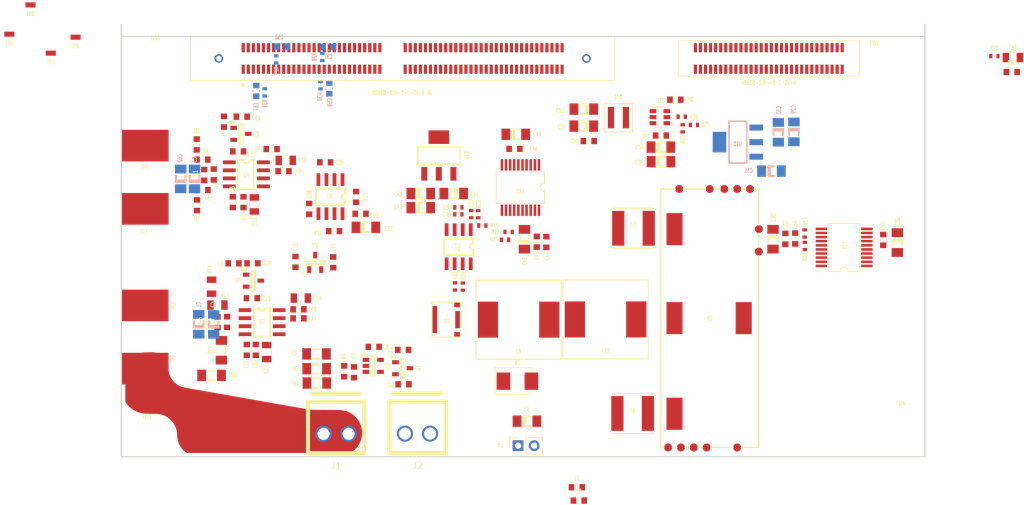
<source format=kicad_pcb>
(kicad_pcb (version 20171130) (host pcbnew "(5.1.9)-1")
  (layers (0 F.Cu signal) (1 In1.Cu signal) (2 In2.Cu signal) (31 B.Cu signal) (34 B.Paste user) (35 F.Paste user) (36 B.SilkS user) (37 F.SilkS user) (38 B.Mask user) (39 F.Mask user) (44 Edge.Cuts user))
  (net 0 "")
  (net 1 GNDPWR)
  (net 2 /C1-)
  (net 3 /C2+)
  (net 4 /C2-)
  (net 5 6V5)
  (net 6 GND)
  (net 7 /VDD_Logic_HVSense)
  (net 8 /VDC/HV1_DIV)
  (net 9 /VCSense/6V5_C2_FIL_SENSE)
  (net 10 /VCSense/-6V5_C2_FIL_SENSE)
  (net 11 /VCSense/5V_VCSENSE)
  (net 12 /VCSense/5V_VC2SENSE_FIL)
  (net 13 /VCSense/1V25_VC2SENSE)
  (net 14 /VCSense/6V5_C1_FIL_SENSE)
  (net 15 /VCSense/5V_VC1SENSE_FIL)
  (net 16 /VCSense/1V25_VC1SENSE)
  (net 17 /VCSense/-6V5_C1_FIL_SENSE)
  (net 18 "Net-(C25-Pad1)")
  (net 19 "Net-(C25-Pad2)")
  (net 20 /VCSense/-6V5_VCSENSE)
  (net 21 /SSB/VDDISO1)
  (net 22 /CI/VDD_Logic_CI)
  (net 23 /CI/SCI_Source)
  (net 24 /CI/VDDISO2)
  (net 25 /MCU_Connector/Vdc)
  (net 26 /MCU_Connector/Vc1)
  (net 27 /MCU_Connector/Vc2)
  (net 28 /SSB/SCI_Source)
  (net 29 /MCU_Connector/DACOUT_probe)
  (net 30 /VDC)
  (net 31 "Net-(J4-Pad120)")
  (net 32 "Net-(J4-Pad119)")
  (net 33 "Net-(J4-Pad118)")
  (net 34 "Net-(J4-Pad117)")
  (net 35 "Net-(J4-Pad116)")
  (net 36 "Net-(J4-Pad115)")
  (net 37 "Net-(J4-Pad114)")
  (net 38 "Net-(J4-Pad113)")
  (net 39 /MCU_Connector/5V)
  (net 40 "Net-(J4-Pad110)")
  (net 41 "Net-(J4-Pad109)")
  (net 42 "Net-(J4-Pad108)")
  (net 43 "Net-(J4-Pad107)")
  (net 44 "Net-(J4-Pad106)")
  (net 45 "Net-(J4-Pad105)")
  (net 46 "Net-(J4-Pad104)")
  (net 47 "Net-(J4-Pad103)")
  (net 48 "Net-(J4-Pad102)")
  (net 49 "Net-(J4-Pad101)")
  (net 50 "Net-(J4-Pad100)")
  (net 51 "Net-(J4-Pad99)")
  (net 52 "Net-(J4-Pad96)")
  (net 53 "Net-(J4-Pad95)")
  (net 54 "Net-(J4-Pad94)")
  (net 55 "Net-(J4-Pad93)")
  (net 56 "Net-(J4-Pad92)")
  (net 57 "Net-(J4-Pad91)")
  (net 58 "Net-(J4-Pad90)")
  (net 59 "Net-(J4-Pad89)")
  (net 60 "Net-(J4-Pad88)")
  (net 61 "Net-(J4-Pad87)")
  (net 62 "Net-(J4-Pad86)")
  (net 63 "Net-(J4-Pad85)")
  (net 64 "Net-(J4-Pad82)")
  (net 65 "Net-(J4-Pad81)")
  (net 66 "Net-(J4-Pad80)")
  (net 67 "Net-(J4-Pad79)")
  (net 68 "Net-(J4-Pad78)")
  (net 69 "Net-(J4-Pad77)")
  (net 70 "Net-(J4-Pad76)")
  (net 71 "Net-(J4-Pad75)")
  (net 72 "Net-(J4-Pad74)")
  (net 73 "Net-(J4-Pad73)")
  (net 74 "Net-(J4-Pad72)")
  (net 75 "Net-(J4-Pad71)")
  (net 76 "Net-(J4-Pad70)")
  (net 77 "Net-(J4-Pad69)")
  (net 78 "Net-(J4-Pad68)")
  (net 79 "Net-(J4-Pad67)")
  (net 80 "Net-(J4-Pad66)")
  (net 81 "Net-(J4-Pad64)")
  (net 82 "Net-(J4-Pad63)")
  (net 83 "Net-(J4-Pad62)")
  (net 84 "Net-(J4-Pad61)")
  (net 85 "Net-(J4-Pad60)")
  (net 86 "Net-(J4-Pad59)")
  (net 87 "Net-(J4-Pad58)")
  (net 88 "Net-(J4-Pad57)")
  (net 89 "Net-(J4-Pad56)")
  (net 90 /~INB)
  (net 91 "Net-(J4-Pad54)")
  (net 92 /MCU_Connector/PWM2A)
  (net 93 /MCU_Connector/PWM3B)
  (net 94 /~INA)
  (net 95 /INCI)
  (net 96 /MCU_Connector/PWM1A)
  (net 97 "Net-(J4-Pad48)")
  (net 98 "Net-(J4-Pad45)")
  (net 99 "Net-(J4-Pad44)")
  (net 100 "Net-(J4-Pad43)")
  (net 101 "Net-(J4-Pad42)")
  (net 102 "Net-(J4-Pad41)")
  (net 103 "Net-(J4-Pad40)")
  (net 104 "Net-(J4-Pad39)")
  (net 105 "Net-(J4-Pad37)")
  (net 106 "Net-(J4-Pad36)")
  (net 107 "Net-(J4-Pad34)")
  (net 108 "Net-(J4-Pad33)")
  (net 109 "Net-(J4-Pad32)")
  (net 110 "Net-(J4-Pad29)")
  (net 111 "Net-(J4-Pad28)")
  (net 112 "Net-(J4-Pad27)")
  (net 113 "Net-(J4-Pad26)")
  (net 114 "Net-(J4-Pad25)")
  (net 115 "Net-(J4-Pad24)")
  (net 116 "Net-(J4-Pad23)")
  (net 117 "Net-(J4-Pad21)")
  (net 118 "Net-(J4-Pad20)")
  (net 119 "Net-(J4-Pad18)")
  (net 120 "Net-(J4-Pad17)")
  (net 121 "Net-(J4-Pad16)")
  (net 122 "Net-(J4-Pad15)")
  (net 123 "Net-(J4-Pad14)")
  (net 124 "Net-(J4-Pad13)")
  (net 125 "Net-(J4-Pad11)")
  (net 126 /MCU_Connector/DACOUT)
  (net 127 "Net-(J4-Pad8)")
  (net 128 "Net-(J4-Pad6)")
  (net 129 "Net-(J4-Pad5)")
  (net 130 "Net-(J4-Pad4)")
  (net 131 "Net-(J4-Pad3)")
  (net 132 "Net-(J4-Pad2)")
  (net 133 "Net-(J4-Pad1)")
  (net 134 /SSB/LC1_FB)
  (net 135 /SSB/GND_L_FB)
  (net 136 "Net-(R1-Pad2)")
  (net 137 "Net-(R2-Pad2)")
  (net 138 "Net-(R5-Pad2)")
  (net 139 "Net-(R8-Pad2)")
  (net 140 "Net-(R10-Pad2)")
  (net 141 "Net-(R13-Pad2)")
  (net 142 "Net-(R15-Pad1)")
  (net 143 "Net-(R16-Pad2)")
  (net 144 /VDC_SENSE)
  (net 145 /VC1_SENSE)
  (net 146 /VC2_SENSE)
  (net 147 "Net-(U4-Pad8)")
  (net 148 "Net-(U4-Pad5)")
  (net 149 "Net-(U7-Pad5)")
  (net 150 "Net-(U7-Pad8)")
  (net 151 "Net-(U8-Pad7)")
  (net 152 "Net-(U9-Pad5)")
  (net 153 "Net-(U9-Pad3)")
  (net 154 "Net-(J5-Pad1)")
  (net 155 "Net-(J5-Pad3)")
  (net 156 "Net-(J5-Pad5)")
  (net 157 "Net-(J5-Pad7)")
  (net 158 "Net-(J5-Pad9)")
  (net 159 "Net-(J5-Pad11)")
  (net 160 "Net-(J5-Pad13)")
  (net 161 "Net-(J5-Pad17)")
  (net 162 "Net-(J5-Pad19)")
  (net 163 "Net-(J5-Pad21)")
  (net 164 "Net-(J5-Pad23)")
  (net 165 "Net-(J5-Pad25)")
  (net 166 "Net-(J5-Pad27)")
  (net 167 "Net-(J5-Pad29)")
  (net 168 "Net-(J5-Pad31)")
  (net 169 "Net-(J5-Pad33)")
  (net 170 "Net-(J5-Pad35)")
  (net 171 "Net-(J5-Pad39)")
  (net 172 "Net-(J5-Pad41)")
  (net 173 "Net-(J5-Pad43)")
  (net 174 "Net-(J5-Pad45)")
  (net 175 "Net-(J5-Pad47)")
  (net 176 "Net-(J5-Pad49)")
  (net 177 "Net-(J5-Pad51)")
  (net 178 "Net-(J5-Pad53)")
  (net 179 "Net-(J5-Pad55)")
  (net 180 "Net-(J5-Pad57)")
  (net 181 "Net-(J5-Pad2)")
  (net 182 "Net-(J5-Pad4)")
  (net 183 "Net-(J5-Pad6)")
  (net 184 "Net-(J5-Pad8)")
  (net 185 "Net-(J5-Pad10)")
  (net 186 "Net-(J5-Pad12)")
  (net 187 "Net-(J5-Pad14)")
  (net 188 "Net-(J5-Pad16)")
  (net 189 "Net-(J5-Pad18)")
  (net 190 "Net-(J5-Pad20)")
  (net 191 "Net-(J5-Pad22)")
  (net 192 "Net-(J5-Pad24)")
  (net 193 "Net-(J5-Pad26)")
  (net 194 "Net-(J5-Pad28)")
  (net 195 "Net-(J5-Pad30)")
  (net 196 "Net-(J5-Pad32)")
  (net 197 "Net-(J5-Pad34)")
  (net 198 "Net-(J5-Pad36)")
  (net 199 "Net-(J5-Pad40)")
  (net 200 "Net-(J5-Pad42)")
  (net 201 "Net-(J5-Pad44)")
  (net 202 "Net-(J5-Pad46)")
  (net 203 "Net-(J5-Pad48)")
  (net 204 "Net-(J5-Pad50)")
  (net 205 "Net-(J5-Pad52)")
  (net 206 "Net-(J5-Pad54)")
  (net 207 "Net-(J5-Pad56)")
  (net 208 "Net-(J5-Pad58)")
  (net 209 /CI/L_Jumper)
  (net 210 /CI/Gate_CI)
  (net 211 /CI/En_CI)
  (net 212 /CI/Vo_high)
  (net 213 /CI/Vo_low)
  (net 214 /CI/PWM_CI)
  (net 215 /SSB/VDD_Logic_FB)
  (net 216 /SSB/ISODCDC/Sel)
  (net 217 /CI/sheet5FF6C3C6/Sel)
  (net 218 /MCU_Connector/Buck_Bst)
  (net 219 /MCU_Connector/Buck_Sw)
  (net 220 /MCU_Connector/Buck_FB)
  (net 221 /MCU_Connector/En_Buck)
  (net 222 /VCSense/V+_C2)
  (net 223 /VCSense/V-_C2)
  (net 224 /VCSense/V+_C1)
  (net 225 /VCSense/V-_C1)
  (module "user_kf:Banana Tab" (layer F.Cu) (at 3.74826 -15.91804)
    (fp_text reference TP1 (at 4.4069 0.39878 90) (layer F.SilkS) (effects (font (size 0.6985 0.4445) (thickness 0.111125))))
    (fp_text value TP)
    (pad 1 smd rect (at 0 1.9863) (size 7.4 5) (layers F.Cu F.Paste F.Mask) (net 30 /VDC))
  )
  (module MTA:MTA156_2pin (layer F.Cu) (at 46.79696 -3.6449)
    (fp_text reference J2 (at 0 5.08) (layer F.SilkS))
    (fp_text value Conn_01x02)
    (pad 2 thru_hole circle (at 1.9812 0 180) (size 2.54 2.54) (drill 1.905) (layers *.Cu *.Mask) (net 1 GNDPWR))
    (pad 1 thru_hole circle (at -1.9812 0 180) (size 2.54 2.54) (drill 1.905) (layers *.Cu *.Mask) (net 1 GNDPWR) (clearance 0.635))
  )
  (module MTA:MTA156_2pin (layer F.Cu) (at 33.92932 -3.6068)
    (fp_text reference J1 (at 0 5.08) (layer F.SilkS))
    (fp_text value Conn_01x02)
    (pad 2 thru_hole circle (at 1.9812 0 180) (size 2.54 2.54) (drill 1.905) (layers *.Cu *.Mask) (net 30 /VDC))
    (pad 1 thru_hole circle (at -1.9812 0 180) (size 2.54 2.54) (drill 1.905) (layers *.Cu *.Mask) (net 30 /VDC) (clearance 0.635))
  )
  (module calisco-general:C_0402 (layer F.Cu) (at 53.25618 -39.43858 180)
    (fp_text reference C39 (at 1.78816 -0.00508) (layer F.SilkS) (effects (font (size 0.6985 0.4445) (thickness 0.111125))))
    (fp_text value 0.1uF)
    (pad 1 smd rect (at -0.567 0 180) (size 0.508 0.711) (layers F.Cu F.Paste F.Mask) (net 22 /CI/VDD_Logic_CI))
    (pad 2 smd rect (at 0.567 0 180) (size 0.508 0.711) (layers F.Cu F.Paste F.Mask) (net 6 GND))
  )
  (module calisco-general:C_0402 (layer F.Cu) (at 53.25618 -38.3413 180)
    (fp_text reference C38 (at 1.86944 -0.00508) (layer F.SilkS) (effects (font (size 0.6985 0.4445) (thickness 0.111125))))
    (fp_text value 1uF)
    (pad 1 smd rect (at -0.567 0 180) (size 0.508 0.711) (layers F.Cu F.Paste F.Mask) (net 22 /CI/VDD_Logic_CI))
    (pad 2 smd rect (at 0.567 0 180) (size 0.508 0.711) (layers F.Cu F.Paste F.Mask) (net 6 GND))
  )
  (module calisco-general:C_0402 (layer F.Cu) (at 55.2831 -38.3667 90)
    (fp_text reference C37 (at 1.7018 0.03556 90) (layer F.SilkS) (effects (font (size 0.6985 0.4445) (thickness 0.111125))))
    (fp_text value 100pF)
    (pad 1 smd rect (at -0.567 0 90) (size 0.508 0.711) (layers F.Cu F.Paste F.Mask) (net 214 /CI/PWM_CI))
    (pad 2 smd rect (at 0.567 0 90) (size 0.508 0.711) (layers F.Cu F.Paste F.Mask) (net 6 GND))
  )
  (module user_kf:SKT-60_flipped (layer F.Cu) (at 102.32 -63)
    (fp_text reference J5)
    (fp_text value HSEC8-130-01-L-DV-A (at 0 3.81) (layer F.SilkS) (effects (font (size 0.6985 0.4445) (thickness 0.111125))))
    (fp_line (start -11.7 -1.1) (end -11.7 -2.3) (layer F.Cu) (width 0.1))
    (pad 2 smd rect (at -11.6 -1.7 180) (size 0.5 1.45) (layers F.Cu F.Paste F.Mask) (net 181 "Net-(J5-Pad2)"))
    (pad 4 smd rect (at -10.8 -1.7 180) (size 0.5 1.45) (layers F.Cu F.Paste F.Mask) (net 182 "Net-(J5-Pad4)"))
    (pad 6 smd rect (at -10 -1.7 180) (size 0.5 1.45) (layers F.Cu F.Paste F.Mask) (net 183 "Net-(J5-Pad6)"))
    (pad 8 smd rect (at -9.2 -1.7 180) (size 0.5 1.45) (layers F.Cu F.Paste F.Mask) (net 184 "Net-(J5-Pad8)"))
    (pad 10 smd rect (at -8.4 -1.7 180) (size 0.5 1.45) (layers F.Cu F.Paste F.Mask) (net 185 "Net-(J5-Pad10)"))
    (pad 12 smd rect (at -7.6 -1.7 180) (size 0.5 1.45) (layers F.Cu F.Paste F.Mask) (net 186 "Net-(J5-Pad12)"))
    (pad 14 smd rect (at -6.8 -1.7 180) (size 0.5 1.45) (layers F.Cu F.Paste F.Mask) (net 187 "Net-(J5-Pad14)"))
    (pad 16 smd rect (at -6 -1.7 180) (size 0.5 1.45) (layers F.Cu F.Paste F.Mask) (net 188 "Net-(J5-Pad16)"))
    (pad 18 smd rect (at -5.2 -1.7 180) (size 0.5 1.45) (layers F.Cu F.Paste F.Mask) (net 189 "Net-(J5-Pad18)"))
    (pad 20 smd rect (at -4.4 -1.7 180) (size 0.5 1.45) (layers F.Cu F.Paste F.Mask) (net 190 "Net-(J5-Pad20)"))
    (pad 22 smd rect (at -3.6 -1.7 180) (size 0.5 1.45) (layers F.Cu F.Paste F.Mask) (net 191 "Net-(J5-Pad22)"))
    (pad 24 smd rect (at -2.8 -1.7 180) (size 0.5 1.45) (layers F.Cu F.Paste F.Mask) (net 192 "Net-(J5-Pad24)"))
    (pad 26 smd rect (at -2 -1.7 180) (size 0.5 1.45) (layers F.Cu F.Paste F.Mask) (net 193 "Net-(J5-Pad26)"))
    (pad 28 smd rect (at -1.2 -1.7 180) (size 0.5 1.45) (layers F.Cu F.Paste F.Mask) (net 194 "Net-(J5-Pad28)"))
    (pad 30 smd rect (at -0.4 -1.7 180) (size 0.5 1.45) (layers F.Cu F.Paste F.Mask) (net 195 "Net-(J5-Pad30)"))
    (pad 32 smd rect (at 0.4 -1.7 180) (size 0.5 1.45) (layers F.Cu F.Paste F.Mask) (net 196 "Net-(J5-Pad32)"))
    (pad 34 smd rect (at 1.2 -1.7 180) (size 0.5 1.45) (layers F.Cu F.Paste F.Mask) (net 197 "Net-(J5-Pad34)"))
    (pad 36 smd rect (at 2 -1.7 180) (size 0.5 1.45) (layers F.Cu F.Paste F.Mask) (net 198 "Net-(J5-Pad36)"))
    (pad 38 smd rect (at 2.8 -1.7 180) (size 0.5 1.45) (layers F.Cu F.Paste F.Mask) (net 39 /MCU_Connector/5V))
    (pad 40 smd rect (at 3.6 -1.7 180) (size 0.5 1.45) (layers F.Cu F.Paste F.Mask) (net 199 "Net-(J5-Pad40)"))
    (pad 42 smd rect (at 4.4 -1.7 180) (size 0.5 1.45) (layers F.Cu F.Paste F.Mask) (net 200 "Net-(J5-Pad42)"))
    (pad 44 smd rect (at 5.2 -1.7 180) (size 0.5 1.45) (layers F.Cu F.Paste F.Mask) (net 201 "Net-(J5-Pad44)"))
    (pad 46 smd rect (at 6 -1.7 180) (size 0.5 1.45) (layers F.Cu F.Paste F.Mask) (net 202 "Net-(J5-Pad46)"))
    (pad 48 smd rect (at 6.8 -1.7 180) (size 0.5 1.45) (layers F.Cu F.Paste F.Mask) (net 203 "Net-(J5-Pad48)"))
    (pad 50 smd rect (at 7.6 -1.7 180) (size 0.5 1.45) (layers F.Cu F.Paste F.Mask) (net 204 "Net-(J5-Pad50)"))
    (pad 52 smd rect (at 8.4 -1.7 180) (size 0.5 1.45) (layers F.Cu F.Paste F.Mask) (net 205 "Net-(J5-Pad52)"))
    (pad 54 smd rect (at 9.2 -1.7 180) (size 0.5 1.45) (layers F.Cu F.Paste F.Mask) (net 206 "Net-(J5-Pad54)"))
    (pad 56 smd rect (at 10 -1.7 180) (size 0.5 1.45) (layers F.Cu F.Paste F.Mask) (net 207 "Net-(J5-Pad56)"))
    (pad 58 smd rect (at 10.8 -1.7 180) (size 0.5 1.45) (layers F.Cu F.Paste F.Mask) (net 208 "Net-(J5-Pad58)"))
    (pad 60 smd rect (at 11.6 -1.7 180) (size 0.5 1.45) (layers F.Cu F.Paste F.Mask) (net 39 /MCU_Connector/5V))
    (pad 1 smd rect (at -11.6 1.7 180) (size 0.5 1.45) (layers F.Cu F.Paste F.Mask) (net 154 "Net-(J5-Pad1)"))
    (pad 3 smd rect (at -10.8 1.7 180) (size 0.5 1.45) (layers F.Cu F.Paste F.Mask) (net 155 "Net-(J5-Pad3)"))
    (pad 5 smd rect (at -10 1.7 180) (size 0.5 1.45) (layers F.Cu F.Paste F.Mask) (net 156 "Net-(J5-Pad5)"))
    (pad 7 smd rect (at -9.2 1.7 180) (size 0.5 1.45) (layers F.Cu F.Paste F.Mask) (net 157 "Net-(J5-Pad7)"))
    (pad 9 smd rect (at -8.4 1.7 180) (size 0.5 1.45) (layers F.Cu F.Paste F.Mask) (net 158 "Net-(J5-Pad9)"))
    (pad 11 smd rect (at -7.6 1.7 180) (size 0.5 1.45) (layers F.Cu F.Paste F.Mask) (net 159 "Net-(J5-Pad11)"))
    (pad 13 smd rect (at -6.8 1.7 180) (size 0.5 1.45) (layers F.Cu F.Paste F.Mask) (net 160 "Net-(J5-Pad13)"))
    (pad 15 smd rect (at -6 1.7 180) (size 0.5 1.45) (layers F.Cu F.Paste F.Mask) (net 6 GND))
    (pad 17 smd rect (at -5.2 1.7 180) (size 0.5 1.45) (layers F.Cu F.Paste F.Mask) (net 161 "Net-(J5-Pad17)"))
    (pad 19 smd rect (at -4.4 1.7 180) (size 0.5 1.45) (layers F.Cu F.Paste F.Mask) (net 162 "Net-(J5-Pad19)"))
    (pad 21 smd rect (at -3.6 1.7 180) (size 0.5 1.45) (layers F.Cu F.Paste F.Mask) (net 163 "Net-(J5-Pad21)"))
    (pad 23 smd rect (at -2.8 1.7 180) (size 0.5 1.45) (layers F.Cu F.Paste F.Mask) (net 164 "Net-(J5-Pad23)"))
    (pad 25 smd rect (at -2 1.7 180) (size 0.5 1.45) (layers F.Cu F.Paste F.Mask) (net 165 "Net-(J5-Pad25)"))
    (pad 27 smd rect (at -1.2 1.7 180) (size 0.5 1.45) (layers F.Cu F.Paste F.Mask) (net 166 "Net-(J5-Pad27)"))
    (pad 29 smd rect (at -0.4 1.7 180) (size 0.5 1.45) (layers F.Cu F.Paste F.Mask) (net 167 "Net-(J5-Pad29)"))
    (pad 31 smd rect (at 0.4 1.7 180) (size 0.5 1.45) (layers F.Cu F.Paste F.Mask) (net 168 "Net-(J5-Pad31)"))
    (pad 33 smd rect (at 1.2 1.7 180) (size 0.5 1.45) (layers F.Cu F.Paste F.Mask) (net 169 "Net-(J5-Pad33)"))
    (pad 35 smd rect (at 2 1.7 180) (size 0.5 1.45) (layers F.Cu F.Paste F.Mask) (net 170 "Net-(J5-Pad35)"))
    (pad 37 smd rect (at 2.8 1.7 180) (size 0.5 1.45) (layers F.Cu F.Paste F.Mask) (net 6 GND))
    (pad 39 smd rect (at 3.6 1.7 180) (size 0.5 1.45) (layers F.Cu F.Paste F.Mask) (net 171 "Net-(J5-Pad39)"))
    (pad 41 smd rect (at 4.4 1.7 180) (size 0.5 1.45) (layers F.Cu F.Paste F.Mask) (net 172 "Net-(J5-Pad41)"))
    (pad 43 smd rect (at 5.2 1.7 180) (size 0.5 1.45) (layers F.Cu F.Paste F.Mask) (net 173 "Net-(J5-Pad43)"))
    (pad 45 smd rect (at 6 1.7 180) (size 0.5 1.45) (layers F.Cu F.Paste F.Mask) (net 174 "Net-(J5-Pad45)"))
    (pad 47 smd rect (at 6.8 1.7 180) (size 0.5 1.45) (layers F.Cu F.Paste F.Mask) (net 175 "Net-(J5-Pad47)"))
    (pad 49 smd rect (at 7.6 1.7 180) (size 0.5 1.45) (layers F.Cu F.Paste F.Mask) (net 176 "Net-(J5-Pad49)"))
    (pad 51 smd rect (at 8.4 1.7 180) (size 0.5 1.45) (layers F.Cu F.Paste F.Mask) (net 177 "Net-(J5-Pad51)"))
    (pad 53 smd rect (at 9.2 1.7 180) (size 0.5 1.45) (layers F.Cu F.Paste F.Mask) (net 178 "Net-(J5-Pad53)"))
    (pad 55 smd rect (at 10 1.7 180) (size 0.5 1.45) (layers F.Cu F.Paste F.Mask) (net 179 "Net-(J5-Pad55)"))
    (pad 57 smd rect (at 10.8 1.7 180) (size 0.5 1.45) (layers F.Cu F.Paste F.Mask) (net 180 "Net-(J5-Pad57)"))
    (pad 59 smd rect (at 11.6 1.7 180) (size 0.5 1.45) (layers F.Cu F.Paste F.Mask) (net 6 GND))
    (pad "" np_thru_hole circle (at -13.15 1.5) (size 1.12 1.12) (drill 1.12) (layers *.Cu *.Mask))
    (pad "" np_thru_hole circle (at 13.1 0) (size 1.12 1.12) (drill 1.12) (layers *.Cu *.Mask))
  )
  (module calisco-general:C_1206 (layer B.Cu) (at 12.21994 -20.94992 90)
    (fp_text reference C1 (at 3.10642 0 270) (layer B.SilkS) (effects (font (size 0.6985 0.4445) (thickness 0.111125)) (justify mirror)))
    (fp_text value C3)
    (pad 1 smd rect (at -1.559 0 90) (size 1.397 1.8) (layers B.Cu B.Paste B.Mask) (net 30 /VDC))
    (pad 2 smd rect (at 1.559 0 90) (size 1.397 1.8) (layers B.Cu B.Paste B.Mask) (net 2 /C1-))
  )
  (module calisco-general:C_1206 (layer B.Cu) (at 14.5796 -20.91944 90)
    (fp_text reference C2 (at 3.1369 -0.05842 270) (layer B.SilkS) (effects (font (size 0.6985 0.4445) (thickness 0.111125)) (justify mirror)))
    (fp_text value C3)
    (pad 2 smd rect (at 1.559 0 90) (size 1.397 1.8) (layers B.Cu B.Paste B.Mask) (net 2 /C1-))
    (pad 1 smd rect (at -1.559 0 90) (size 1.397 1.8) (layers B.Cu B.Paste B.Mask) (net 30 /VDC))
  )
  (module calisco-general:C_1206 (layer B.Cu) (at 11.55954 -43.94708 90)
    (fp_text reference C3 (at 3.07594 0.01016 270) (layer B.SilkS) (effects (font (size 0.6985 0.4445) (thickness 0.111125)) (justify mirror)))
    (fp_text value C2)
    (pad 1 smd rect (at -1.559 0 90) (size 1.397 1.8) (layers B.Cu B.Paste B.Mask) (net 3 /C2+))
    (pad 2 smd rect (at 1.559 0 90) (size 1.397 1.8) (layers B.Cu B.Paste B.Mask) (net 4 /C2-))
  )
  (module calisco-general:C_1206 (layer F.Cu) (at 64.09436 -5.6134)
    (fp_text reference C4 (at 0 -1.778) (layer F.SilkS) (effects (font (size 0.6985 0.4445) (thickness 0.111125))))
    (fp_text value 1uF)
    (pad 1 smd rect (at -1.559 0) (size 1.397 1.8) (layers F.Cu F.Paste F.Mask) (net 5 6V5))
    (pad 2 smd rect (at 1.559 0) (size 1.397 1.8) (layers F.Cu F.Paste F.Mask) (net 6 GND))
  )
  (module calisco-general:C_0603 (layer F.Cu) (at 44.52874 -16.90116)
    (fp_text reference C5 (at -2.04216 -0.0254) (layer F.SilkS) (effects (font (size 0.6985 0.4445) (thickness 0.111125))))
    (fp_text value 1uF)
    (pad 2 smd rect (at 0.85 0) (size 0.889 1) (layers F.Cu F.Paste F.Mask) (net 6 GND))
    (pad 1 smd rect (at -0.85 0) (size 0.889 1) (layers F.Cu F.Paste F.Mask) (net 7 /VDD_Logic_HVSense))
  )
  (module calisco-general:C_0603 (layer F.Cu) (at 44.58462 -11.44778)
    (fp_text reference C6 (at -1.94818 0.07366) (layer F.SilkS) (effects (font (size 0.6985 0.4445) (thickness 0.111125))))
    (fp_text value 1uF)
    (pad 2 smd rect (at 0.85 0) (size 0.889 1) (layers F.Cu F.Paste F.Mask) (net 6 GND))
    (pad 1 smd rect (at -0.85 0) (size 0.889 1) (layers F.Cu F.Paste F.Mask) (net 5 6V5))
  )
  (module calisco-general:C_0603 (layer F.Cu) (at 36.7665 -13.35786 90)
    (fp_text reference C7 (at 2.60858 -0.00508 90) (layer F.SilkS) (effects (font (size 0.6985 0.4445) (thickness 0.111125))))
    (fp_text value 1000pF)
    (pad 2 smd rect (at 0.85 0 90) (size 0.889 1) (layers F.Cu F.Paste F.Mask) (net 6 GND))
    (pad 1 smd rect (at -0.85 0 90) (size 0.889 1) (layers F.Cu F.Paste F.Mask) (net 8 /VDC/HV1_DIV))
  )
  (module calisco-general:C_0603 (layer F.Cu) (at 39.87546 -17.37868 180)
    (fp_text reference C8 (at -1.89992 0.0254) (layer F.SilkS) (effects (font (size 0.6985 0.4445) (thickness 0.111125))))
    (fp_text value 1uF)
    (pad 2 smd rect (at 0.85 0 180) (size 0.889 1) (layers F.Cu F.Paste F.Mask) (net 6 GND))
    (pad 1 smd rect (at -0.85 0 180) (size 0.889 1) (layers F.Cu F.Paste F.Mask) (net 7 /VDD_Logic_HVSense))
  )
  (module calisco-general:C_0603 (layer F.Cu) (at 25.6168 -45.1612)
    (fp_text reference C9 (at 2.4003 -0.03302) (layer F.SilkS) (effects (font (size 0.6985 0.4445) (thickness 0.111125))))
    (fp_text value 1uF)
    (pad 2 smd rect (at 0.85 0) (size 0.889 1) (layers F.Cu F.Paste F.Mask) (net 6 GND))
    (pad 1 smd rect (at -0.85 0) (size 0.889 1) (layers F.Cu F.Paste F.Mask) (net 9 /VCSense/6V5_C2_FIL_SENSE))
  )
  (module calisco-general:C_0805 (layer F.Cu) (at 25.96544 -46.87316)
    (fp_text reference C10 (at 2.6797 -0.06858) (layer F.SilkS) (effects (font (size 0.6985 0.4445) (thickness 0.111125))))
    (fp_text value 10uF)
    (pad 1 smd rect (at -1.109 0) (size 1.016 1.5) (layers F.Cu F.Paste F.Mask) (net 9 /VCSense/6V5_C2_FIL_SENSE))
    (pad 2 smd rect (at 1.109 0) (size 1.016 1.5) (layers F.Cu F.Paste F.Mask) (net 6 GND))
  )
  (module calisco-general:C_0603 (layer F.Cu) (at 14.59484 -44.64304 90)
    (fp_text reference C11 (at 0.02794 -2.90068 90) (layer F.SilkS) (effects (font (size 0.6985 0.4445) (thickness 0.111125))))
    (fp_text value 100pF)
    (pad 2 smd rect (at 0.85 0 90) (size 0.889 1) (layers F.Cu F.Paste F.Mask) (net 223 /VCSense/V-_C2))
    (pad 1 smd rect (at -0.85 0 90) (size 0.889 1) (layers F.Cu F.Paste F.Mask) (net 222 /VCSense/V+_C2))
  )
  (module calisco-general:C_0603 (layer F.Cu) (at 19.2913 -40.259 90)
    (fp_text reference C12 (at -2.21488 0.09398 90) (layer F.SilkS) (effects (font (size 0.6985 0.4445) (thickness 0.111125))))
    (fp_text value 1uF)
    (pad 1 smd rect (at -0.85 0 90) (size 0.889 1) (layers F.Cu F.Paste F.Mask) (net 6 GND))
    (pad 2 smd rect (at 0.85 0 90) (size 0.889 1) (layers F.Cu F.Paste F.Mask) (net 10 /VCSense/-6V5_C2_FIL_SENSE))
  )
  (module calisco-general:C_0805 (layer F.Cu) (at 21.00834 -39.9034 90)
    (fp_text reference C13 (at -2.72542 0.00508 90) (layer F.SilkS) (effects (font (size 0.6985 0.4445) (thickness 0.111125))))
    (fp_text value 10uF)
    (pad 2 smd rect (at 1.109 0 90) (size 1.016 1.5) (layers F.Cu F.Paste F.Mask) (net 10 /VCSense/-6V5_C2_FIL_SENSE))
    (pad 1 smd rect (at -1.109 0 90) (size 1.016 1.5) (layers F.Cu F.Paste F.Mask) (net 6 GND))
  )
  (module calisco-general:C_0603 (layer F.Cu) (at 33.47212 -30.75596 90)
    (fp_text reference C14 (at 2.36818 0.08128 90) (layer F.SilkS) (effects (font (size 0.6985 0.4445) (thickness 0.111125))))
    (fp_text value 1uF)
    (pad 1 smd rect (at -0.85 0 90) (size 0.889 1) (layers F.Cu F.Paste F.Mask) (net 5 6V5))
    (pad 2 smd rect (at 0.85 0 90) (size 0.889 1) (layers F.Cu F.Paste F.Mask) (net 6 GND))
  )
  (module calisco-general:C_0603 (layer F.Cu) (at 27.51074 -30.81528 90)
    (fp_text reference C15 (at 2.32918 -0.00762 90) (layer F.SilkS) (effects (font (size 0.6985 0.4445) (thickness 0.111125))))
    (fp_text value 1uF)
    (pad 2 smd rect (at 0.85 0 90) (size 0.889 1) (layers F.Cu F.Paste F.Mask) (net 6 GND))
    (pad 1 smd rect (at -0.85 0 90) (size 0.889 1) (layers F.Cu F.Paste F.Mask) (net 11 /VCSense/5V_VCSENSE))
  )
  (module calisco-general:C_0603 (layer F.Cu) (at 19.01698 -53.79212)
    (fp_text reference C16 (at 2.32664 0.19812) (layer F.SilkS) (effects (font (size 0.6985 0.4445) (thickness 0.111125))))
    (fp_text value 1uF)
    (pad 2 smd rect (at 0.85 0) (size 0.889 1) (layers F.Cu F.Paste F.Mask) (net 6 GND))
    (pad 1 smd rect (at -0.85 0) (size 0.889 1) (layers F.Cu F.Paste F.Mask) (net 12 /VCSense/5V_VC2SENSE_FIL))
  )
  (module calisco-general:C_0603 (layer F.Cu) (at 18.44802 -48.2981)
    (fp_text reference C17 (at 2.1844 0.4953) (layer F.SilkS) (effects (font (size 0.6985 0.4445) (thickness 0.111125))))
    (fp_text value 1uF)
    (pad 2 smd rect (at 0.85 0) (size 0.889 1) (layers F.Cu F.Paste F.Mask) (net 6 GND))
    (pad 1 smd rect (at -0.85 0) (size 0.889 1) (layers F.Cu F.Paste F.Mask) (net 13 /VCSense/1V25_VC2SENSE))
  )
  (module calisco-general:C_0603 (layer F.Cu) (at 27.98572 -23.30704)
    (fp_text reference C18 (at 2.2098 -0.01016) (layer F.SilkS) (effects (font (size 0.6985 0.4445) (thickness 0.111125))))
    (fp_text value 1uF)
    (pad 1 smd rect (at -0.85 0) (size 0.889 1) (layers F.Cu F.Paste F.Mask) (net 14 /VCSense/6V5_C1_FIL_SENSE))
    (pad 2 smd rect (at 0.85 0) (size 0.889 1) (layers F.Cu F.Paste F.Mask) (net 6 GND))
  )
  (module calisco-general:C_0805 (layer F.Cu) (at 28.3591 -25.08758)
    (fp_text reference C19 (at 2.5527 0.0381) (layer F.SilkS) (effects (font (size 0.6985 0.4445) (thickness 0.111125))))
    (fp_text value 10uF)
    (pad 1 smd rect (at -1.109 0) (size 1.016 1.5) (layers F.Cu F.Paste F.Mask) (net 14 /VCSense/6V5_C1_FIL_SENSE))
    (pad 2 smd rect (at 1.109 0) (size 1.016 1.5) (layers F.Cu F.Paste F.Mask) (net 6 GND))
  )
  (module calisco-general:C_0603 (layer F.Cu) (at 20.70608 -30.5943)
    (fp_text reference C20 (at 2.41046 -0.00508) (layer F.SilkS) (effects (font (size 0.6985 0.4445) (thickness 0.111125))))
    (fp_text value 1uF)
    (pad 2 smd rect (at 0.85 0) (size 0.889 1) (layers F.Cu F.Paste F.Mask) (net 6 GND))
    (pad 1 smd rect (at -0.85 0) (size 0.889 1) (layers F.Cu F.Paste F.Mask) (net 15 /VCSense/5V_VC1SENSE_FIL))
  )
  (module calisco-general:C_0603 (layer F.Cu) (at 16.69542 -21.30552 90)
    (fp_text reference C21 (at 0.03556 -2.86766 90) (layer F.SilkS) (effects (font (size 0.6985 0.4445) (thickness 0.111125))))
    (fp_text value 100pF)
    (pad 2 smd rect (at 0.85 0 90) (size 0.889 1) (layers F.Cu F.Paste F.Mask) (net 225 /VCSense/V-_C1))
    (pad 1 smd rect (at -0.85 0 90) (size 0.889 1) (layers F.Cu F.Paste F.Mask) (net 224 /VCSense/V+_C1))
  )
  (module calisco-general:C_0603 (layer F.Cu) (at 20.61464 -25.07488)
    (fp_text reference C22 (at 2.31902 0.09398) (layer F.SilkS) (effects (font (size 0.6985 0.4445) (thickness 0.111125))))
    (fp_text value 1uF)
    (pad 2 smd rect (at 0.85 0) (size 0.889 1) (layers F.Cu F.Paste F.Mask) (net 6 GND))
    (pad 1 smd rect (at -0.85 0) (size 0.889 1) (layers F.Cu F.Paste F.Mask) (net 16 /VCSense/1V25_VC1SENSE))
  )
  (module calisco-general:C_0603 (layer F.Cu) (at 21.23186 -16.89354 90)
    (fp_text reference C23 (at -2.27838 -0.0254 90) (layer F.SilkS) (effects (font (size 0.6985 0.4445) (thickness 0.111125))))
    (fp_text value 1uF)
    (pad 1 smd rect (at -0.85 0 90) (size 0.889 1) (layers F.Cu F.Paste F.Mask) (net 6 GND))
    (pad 2 smd rect (at 0.85 0 90) (size 0.889 1) (layers F.Cu F.Paste F.Mask) (net 17 /VCSense/-6V5_C1_FIL_SENSE))
  )
  (module calisco-general:C_0805 (layer F.Cu) (at 22.95906 -16.5481 90)
    (fp_text reference C24 (at -2.72034 -0.1016 90) (layer F.SilkS) (effects (font (size 0.6985 0.4445) (thickness 0.111125))))
    (fp_text value 10uF)
    (pad 2 smd rect (at 1.109 0 90) (size 1.016 1.5) (layers F.Cu F.Paste F.Mask) (net 17 /VCSense/-6V5_C1_FIL_SENSE))
    (pad 1 smd rect (at -1.109 0 90) (size 1.016 1.5) (layers F.Cu F.Paste F.Mask) (net 6 GND))
  )
  (module calisco-general:C_0603 (layer F.Cu) (at 32.2072 -46.57344 180)
    (fp_text reference C25 (at -2.2733 -0.0381) (layer F.SilkS) (effects (font (size 0.6985 0.4445) (thickness 0.111125))))
    (fp_text value 10uF)
    (pad 2 smd rect (at 0.85 0 180) (size 0.889 1) (layers F.Cu F.Paste F.Mask) (net 19 "Net-(C25-Pad2)"))
    (pad 1 smd rect (at -0.85 0 180) (size 0.889 1) (layers F.Cu F.Paste F.Mask) (net 18 "Net-(C25-Pad1)"))
  )
  (module calisco-general:C_0603 (layer F.Cu) (at 37.80028 -38.43528)
    (fp_text reference C26 (at 2.2987 0.27432) (layer F.SilkS) (effects (font (size 0.6985 0.4445) (thickness 0.111125))))
    (fp_text value 1uF)
    (pad 1 smd rect (at -0.85 0) (size 0.889 1) (layers F.Cu F.Paste F.Mask) (net 5 6V5))
    (pad 2 smd rect (at 0.85 0) (size 0.889 1) (layers F.Cu F.Paste F.Mask) (net 6 GND))
  )
  (module calisco-general:C_1206 (layer F.Cu) (at 38.63086 -36.28898)
    (fp_text reference C27 (at 3.58648 0.1905) (layer F.SilkS) (effects (font (size 0.6985 0.4445) (thickness 0.111125))))
    (fp_text value 10uF)
    (pad 2 smd rect (at 1.559 0) (size 1.397 1.8) (layers F.Cu F.Paste F.Mask) (net 6 GND))
    (pad 1 smd rect (at -1.559 0) (size 1.397 1.8) (layers F.Cu F.Paste F.Mask) (net 5 6V5))
  )
  (module calisco-general:C_0603 (layer F.Cu) (at 29.67482 -39.20744 90)
    (fp_text reference C28 (at 2.28346 -0.0127 90) (layer F.SilkS) (effects (font (size 0.6985 0.4445) (thickness 0.111125))))
    (fp_text value 10uF)
    (pad 1 smd rect (at -0.85 0 90) (size 0.889 1) (layers F.Cu F.Paste F.Mask) (net 20 /VCSense/-6V5_VCSENSE))
    (pad 2 smd rect (at 0.85 0 90) (size 0.889 1) (layers F.Cu F.Paste F.Mask) (net 6 GND))
  )
  (module calisco-general:C_1206 (layer B.Cu) (at 106.29646 -51.38928 270)
    (fp_text reference C29 (at -3.556 0.08636 270) (layer B.SilkS) (effects (font (size 0.6985 0.4445) (thickness 0.111125)) (justify mirror)))
    (fp_text value 10uF)
    (pad 2 smd rect (at 1.559 0 270) (size 1.397 1.8) (layers B.Cu B.Paste B.Mask) (net 6 GND))
    (pad 1 smd rect (at -1.559 0 270) (size 1.397 1.8) (layers B.Cu B.Paste B.Mask) (net 5 6V5))
  )
  (module calisco-general:C_1206 (layer B.Cu) (at 103.83012 -51.32578 270)
    (fp_text reference C30 (at -3.51028 -0.08128 270) (layer B.SilkS) (effects (font (size 0.6985 0.4445) (thickness 0.111125)) (justify mirror)))
    (fp_text value 0.1uF)
    (pad 2 smd rect (at 1.559 0 270) (size 1.397 1.8) (layers B.Cu B.Paste B.Mask) (net 6 GND))
    (pad 1 smd rect (at -1.559 0 270) (size 1.397 1.8) (layers B.Cu B.Paste B.Mask) (net 5 6V5))
  )
  (module calisco-general:C_1206 (layer B.Cu) (at 102.73792 -45.18406)
    (fp_text reference C31 (at -3.59664 -0.06604) (layer B.SilkS) (effects (font (size 0.6985 0.4445) (thickness 0.111125)) (justify mirror)))
    (fp_text value 10uF)
    (pad 2 smd rect (at 1.559 0) (size 1.397 1.8) (layers B.Cu B.Paste B.Mask) (net 6 GND))
    (pad 1 smd rect (at -1.559 0) (size 1.397 1.8) (layers B.Cu B.Paste B.Mask) (net 215 /SSB/VDD_Logic_FB))
  )
  (module calisco-general:C_0603 (layer F.Cu) (at 104.93756 -34.46526 270)
    (fp_text reference C32 (at -2.26568 0.01778 90) (layer F.SilkS) (effects (font (size 0.6985 0.4445) (thickness 0.111125))))
    (fp_text value 1uF)
    (pad 1 smd rect (at -0.85 0 270) (size 0.889 1) (layers F.Cu F.Paste F.Mask) (net 21 /SSB/VDDISO1))
    (pad 2 smd rect (at 0.85 0 270) (size 0.889 1) (layers F.Cu F.Paste F.Mask) (net 4 /C2-))
  )
  (module calisco-general:C_0603 (layer F.Cu) (at 120.40616 -34.29762 270)
    (fp_text reference C33 (at -2.1971 0.0127 90) (layer F.SilkS) (effects (font (size 0.6985 0.4445) (thickness 0.111125))))
    (fp_text value 0.1uF)
    (pad 2 smd rect (at 0.85 0 270) (size 0.889 1) (layers F.Cu F.Paste F.Mask) (net 6 GND))
    (pad 1 smd rect (at -0.85 0 270) (size 0.889 1) (layers F.Cu F.Paste F.Mask) (net 215 /SSB/VDD_Logic_FB))
  )
  (module calisco-general:C_0603 (layer F.Cu) (at 106.49204 -34.51606 270)
    (fp_text reference C34 (at -2.17932 0 90) (layer F.SilkS) (effects (font (size 0.6985 0.4445) (thickness 0.111125))))
    (fp_text value 0.1uF)
    (pad 1 smd rect (at -0.85 0 270) (size 0.889 1) (layers F.Cu F.Paste F.Mask) (net 21 /SSB/VDDISO1))
    (pad 2 smd rect (at 0.85 0 270) (size 0.889 1) (layers F.Cu F.Paste F.Mask) (net 4 /C2-))
  )
  (module calisco-general:C_1206 (layer F.Cu) (at 102.9843 -34.40938 270)
    (fp_text reference C35 (at -3.41122 -0.06858 90) (layer F.SilkS) (effects (font (size 0.6985 0.4445) (thickness 0.111125))))
    (fp_text value 10uF)
    (pad 2 smd rect (at 1.559 0 270) (size 1.397 1.8) (layers F.Cu F.Paste F.Mask) (net 4 /C2-))
    (pad 1 smd rect (at -1.559 0 270) (size 1.397 1.8) (layers F.Cu F.Paste F.Mask) (net 21 /SSB/VDDISO1))
  )
  (module calisco-general:C_1206 (layer F.Cu) (at 122.63374 -33.8709 270)
    (fp_text reference C36 (at -3.29438 -0.05588 90) (layer F.SilkS) (effects (font (size 0.6985 0.4445) (thickness 0.111125))))
    (fp_text value 10uF)
    (pad 1 smd rect (at -1.559 0 270) (size 1.397 1.8) (layers F.Cu F.Paste F.Mask) (net 215 /SSB/VDD_Logic_FB))
    (pad 2 smd rect (at 1.559 0 270) (size 1.397 1.8) (layers F.Cu F.Paste F.Mask) (net 6 GND))
  )
  (module calisco-general:C_1206 (layer F.Cu) (at 47.31258 -39.39794)
    (fp_text reference C42 (at -3.52552 -0.13716) (layer F.SilkS) (effects (font (size 0.6985 0.4445) (thickness 0.111125))))
    (fp_text value 10uF)
    (pad 2 smd rect (at 1.559 0) (size 1.397 1.8) (layers F.Cu F.Paste F.Mask) (net 6 GND))
    (pad 1 smd rect (at -1.559 0) (size 1.397 1.8) (layers F.Cu F.Paste F.Mask) (net 5 6V5))
  )
  (module calisco-general:C_1206 (layer F.Cu) (at 47.31258 -41.63822)
    (fp_text reference C43 (at -3.57632 0.127) (layer F.SilkS) (effects (font (size 0.6985 0.4445) (thickness 0.111125))))
    (fp_text value 0.1uF)
    (pad 1 smd rect (at -1.559 0) (size 1.397 1.8) (layers F.Cu F.Paste F.Mask) (net 5 6V5))
    (pad 2 smd rect (at 1.559 0) (size 1.397 1.8) (layers F.Cu F.Paste F.Mask) (net 6 GND))
  )
  (module calisco-general:C_1206 (layer F.Cu) (at 52.51958 -41.6433 180)
    (fp_text reference C44 (at -3.28168 -0.18796) (layer F.SilkS) (effects (font (size 0.6985 0.4445) (thickness 0.111125))))
    (fp_text value 10uF)
    (pad 1 smd rect (at -1.559 0 180) (size 1.397 1.8) (layers F.Cu F.Paste F.Mask) (net 22 /CI/VDD_Logic_CI))
    (pad 2 smd rect (at 1.559 0 180) (size 1.397 1.8) (layers F.Cu F.Paste F.Mask) (net 6 GND))
  )
  (module calisco-general:C_0603 (layer F.Cu) (at 65.65138 -34.00298 90)
    (fp_text reference C45 (at -2.25552 -0.01016 90) (layer F.SilkS) (effects (font (size 0.6985 0.4445) (thickness 0.111125))))
    (fp_text value 1uF)
    (pad 1 smd rect (at -0.85 0 90) (size 0.889 1) (layers F.Cu F.Paste F.Mask) (net 24 /CI/VDDISO2))
    (pad 2 smd rect (at 0.85 0 90) (size 0.889 1) (layers F.Cu F.Paste F.Mask) (net 23 /CI/SCI_Source))
  )
  (module calisco-general:C_0603 (layer F.Cu) (at 62.12586 -48.70196)
    (fp_text reference C46 (at 3.04292 0.05588) (layer F.SilkS) (effects (font (size 0.6985 0.4445) (thickness 0.111125))))
    (fp_text value 0.1uF)
    (pad 2 smd rect (at 0.85 0) (size 0.889 1) (layers F.Cu F.Paste F.Mask) (net 6 GND))
    (pad 1 smd rect (at -0.85 0) (size 0.889 1) (layers F.Cu F.Paste F.Mask) (net 22 /CI/VDD_Logic_CI))
  )
  (module calisco-general:C_0603 (layer F.Cu) (at 67.15506 -33.96742 90)
    (fp_text reference C47 (at -2.2352 0.09652 90) (layer F.SilkS) (effects (font (size 0.6985 0.4445) (thickness 0.111125))))
    (fp_text value 0.1uF)
    (pad 2 smd rect (at 0.85 0 90) (size 0.889 1) (layers F.Cu F.Paste F.Mask) (net 23 /CI/SCI_Source))
    (pad 1 smd rect (at -0.85 0 90) (size 0.889 1) (layers F.Cu F.Paste F.Mask) (net 24 /CI/VDDISO2))
  )
  (module calisco-general:C_1206 (layer F.Cu) (at 63.69558 -34.4043 90)
    (fp_text reference C48 (at -3.51536 0.02032 90) (layer F.SilkS) (effects (font (size 0.6985 0.4445) (thickness 0.111125))))
    (fp_text value 10uF)
    (pad 2 smd rect (at 1.559 0 90) (size 1.397 1.8) (layers F.Cu F.Paste F.Mask) (net 23 /CI/SCI_Source))
    (pad 1 smd rect (at -1.559 0 90) (size 1.397 1.8) (layers F.Cu F.Paste F.Mask) (net 24 /CI/VDDISO2))
  )
  (module calisco-general:C_1206 (layer F.Cu) (at 62.32144 -51.00066)
    (fp_text reference C49 (at 3.36296 -0.05588) (layer F.SilkS) (effects (font (size 0.6985 0.4445) (thickness 0.111125))))
    (fp_text value 10uF)
    (pad 1 smd rect (at -1.559 0) (size 1.397 1.8) (layers F.Cu F.Paste F.Mask) (net 22 /CI/VDD_Logic_CI))
    (pad 2 smd rect (at 1.559 0) (size 1.397 1.8) (layers F.Cu F.Paste F.Mask) (net 6 GND))
  )
  (module calisco-general:C_0603 (layer F.Cu) (at 87.55126 -56.47944 180)
    (fp_text reference C50 (at -2.19456 0.00508) (layer F.SilkS) (effects (font (size 0.6985 0.4445) (thickness 0.111125))))
    (fp_text value 0.1uF)
    (pad 1 smd rect (at -0.85 0 180) (size 0.889 1) (layers F.Cu F.Paste F.Mask) (net 219 /MCU_Connector/Buck_Sw))
    (pad 2 smd rect (at 0.85 0 180) (size 0.889 1) (layers F.Cu F.Paste F.Mask) (net 218 /MCU_Connector/Buck_Bst))
  )
  (module calisco-general:C_0603 (layer F.Cu) (at 73.8632 -49.9364 180)
    (fp_text reference C51 (at 2.29616 0) (layer F.SilkS) (effects (font (size 0.6985 0.4445) (thickness 0.111125))))
    (fp_text value 0.1uF)
    (pad 1 smd rect (at -0.85 0 180) (size 0.889 1) (layers F.Cu F.Paste F.Mask) (net 39 /MCU_Connector/5V))
    (pad 2 smd rect (at 0.85 0 180) (size 0.889 1) (layers F.Cu F.Paste F.Mask) (net 6 GND))
  )
  (module calisco-general:C_1206 (layer F.Cu) (at 73.0758 -54.98592 180)
    (fp_text reference C52 (at 3.73888 -0.23876) (layer F.SilkS) (effects (font (size 0.6985 0.4445) (thickness 0.111125))))
    (fp_text value 22uF)
    (pad 2 smd rect (at 1.559 0 180) (size 1.397 1.8) (layers F.Cu F.Paste F.Mask) (net 6 GND))
    (pad 1 smd rect (at -1.559 0 180) (size 1.397 1.8) (layers F.Cu F.Paste F.Mask) (net 39 /MCU_Connector/5V))
  )
  (module calisco-general:C_0603 (layer F.Cu) (at 85.27542 -50.81016)
    (fp_text reference C53 (at -2.286 0.11176) (layer F.SilkS) (effects (font (size 0.6985 0.4445) (thickness 0.111125))))
    (fp_text value 0.1uF)
    (pad 2 smd rect (at 0.85 0) (size 0.889 1) (layers F.Cu F.Paste F.Mask) (net 6 GND))
    (pad 1 smd rect (at -0.85 0) (size 0.889 1) (layers F.Cu F.Paste F.Mask) (net 5 6V5))
  )
  (module calisco-general:C_1206 (layer F.Cu) (at 85.28558 -46.67504)
    (fp_text reference C54 (at -3.43662 0.09144) (layer F.SilkS) (effects (font (size 0.6985 0.4445) (thickness 0.111125))))
    (fp_text value 10uF)
    (pad 1 smd rect (at -1.559 0) (size 1.397 1.8) (layers F.Cu F.Paste F.Mask) (net 5 6V5))
    (pad 2 smd rect (at 1.559 0) (size 1.397 1.8) (layers F.Cu F.Paste F.Mask) (net 6 GND))
  )
  (module calisco-general:C_1206 (layer F.Cu) (at 73.06564 -52.2986 180)
    (fp_text reference C55 (at 3.44424 -0.1524) (layer F.SilkS) (effects (font (size 0.6985 0.4445) (thickness 0.111125))))
    (fp_text value 22uF)
    (pad 1 smd rect (at -1.559 0 180) (size 1.397 1.8) (layers F.Cu F.Paste F.Mask) (net 39 /MCU_Connector/5V))
    (pad 2 smd rect (at 1.559 0 180) (size 1.397 1.8) (layers F.Cu F.Paste F.Mask) (net 6 GND))
  )
  (module calisco-general:C_1206 (layer F.Cu) (at 85.27034 -48.98136)
    (fp_text reference C56 (at -3.3909 0.03302) (layer F.SilkS) (effects (font (size 0.6985 0.4445) (thickness 0.111125))))
    (fp_text value 10uF)
    (pad 2 smd rect (at 1.559 0) (size 1.397 1.8) (layers F.Cu F.Paste F.Mask) (net 6 GND))
    (pad 1 smd rect (at -1.559 0) (size 1.397 1.8) (layers F.Cu F.Paste F.Mask) (net 5 6V5))
  )
  (module calisco-general:C_0603 (layer B.Cu) (at 32.7025 -64.81064)
    (fp_text reference C57 (at 0 1.5 180) (layer B.SilkS) (effects (font (size 0.6985 0.4445) (thickness 0.111125)) (justify mirror)))
    (fp_text value 100pF)
    (pad 1 smd rect (at -0.85 0) (size 0.889 1) (layers B.Cu B.Paste B.Mask) (net 25 /MCU_Connector/Vdc))
    (pad 2 smd rect (at 0.85 0) (size 0.889 1) (layers B.Cu B.Paste B.Mask) (net 6 GND))
  )
  (module calisco-general:C_0603 (layer B.Cu) (at 25.38984 -64.8843)
    (fp_text reference C58 (at -0.43942 -1.46812 180) (layer B.SilkS) (effects (font (size 0.6985 0.4445) (thickness 0.111125)) (justify mirror)))
    (fp_text value 100pF)
    (pad 1 smd rect (at -0.85 0) (size 0.889 1) (layers B.Cu B.Paste B.Mask) (net 26 /MCU_Connector/Vc1))
    (pad 2 smd rect (at 0.85 0) (size 0.889 1) (layers B.Cu B.Paste B.Mask) (net 6 GND))
  )
  (module calisco-general:C_0603 (layer B.Cu) (at 32.85998 -58.27014 270)
    (fp_text reference C59 (at 2.21234 -0.10922 270) (layer B.SilkS) (effects (font (size 0.6985 0.4445) (thickness 0.111125)) (justify mirror)))
    (fp_text value 100pF)
    (pad 1 smd rect (at -0.85 0 270) (size 0.889 1) (layers B.Cu B.Paste B.Mask) (net 27 /MCU_Connector/Vc2))
    (pad 2 smd rect (at 0.85 0 270) (size 0.889 1) (layers B.Cu B.Paste B.Mask) (net 6 GND))
  )
  (module calisco-general:C_1206 (layer B.Cu) (at 9.36498 -43.94708 90)
    (fp_text reference C62 (at 3.27914 -0.1016 270) (layer B.SilkS) (effects (font (size 0.6985 0.4445) (thickness 0.111125)) (justify mirror)))
    (fp_text value C2)
    (pad 1 smd rect (at -1.559 0 90) (size 1.397 1.8) (layers B.Cu B.Paste B.Mask) (net 3 /C2+))
    (pad 2 smd rect (at 1.559 0 90) (size 1.397 1.8) (layers B.Cu B.Paste B.Mask) (net 4 /C2-))
  )
  (module calisco-general:C_0805 (layer F.Cu) (at 140.89888 -63.1444)
    (fp_text reference C65 (at 0 -1.524) (layer F.SilkS) (effects (font (size 0.6985 0.4445) (thickness 0.111125))))
    (fp_text value 10uF)
    (pad 1 smd rect (at -1.109 0) (size 1.016 1.5) (layers F.Cu F.Paste F.Mask) (net 21 /SSB/VDDISO1))
    (pad 2 smd rect (at 1.109 0) (size 1.016 1.5) (layers F.Cu F.Paste F.Mask) (net 28 /SSB/SCI_Source))
  )
  (module calisco-general:C_0603 (layer F.Cu) (at 140.72108 -60.85332)
    (fp_text reference C66 (at 0 -1.5) (layer F.SilkS) (effects (font (size 0.6985 0.4445) (thickness 0.111125))))
    (fp_text value 0.1uF)
    (pad 2 smd rect (at 0.85 0) (size 0.889 1) (layers F.Cu F.Paste F.Mask) (net 28 /SSB/SCI_Source))
    (pad 1 smd rect (at -0.85 0) (size 0.889 1) (layers F.Cu F.Paste F.Mask) (net 21 /SSB/VDDISO1))
  )
  (module calisco-general:C_0603 (layer B.Cu) (at 21.31314 -57.86882 90)
    (fp_text reference C67 (at -2.50952 -0.0127 90) (layer B.SilkS) (effects (font (size 0.6985 0.4445) (thickness 0.111125)) (justify mirror)))
    (fp_text value 100pF)
    (pad 2 smd rect (at 0.85 0 90) (size 0.889 1) (layers B.Cu B.Paste B.Mask) (net 6 GND))
    (pad 1 smd rect (at -0.85 0 90) (size 0.889 1) (layers B.Cu B.Paste B.Mask) (net 29 /MCU_Connector/DACOUT_probe))
  )
  (module user_kf:D_SMB (layer F.Cu) (at 62.60846 -11.94562)
    (fp_text reference D1 (at 0 -3) (layer F.SilkS) (effects (font (size 0.6985 0.4445) (thickness 0.111125))))
    (fp_text value D)
    (pad 2 smd rect (at 2.1905 0) (size 2.159 2.743) (layers F.Cu F.Paste F.Mask) (net 4 /C2-))
    (pad 1 smd rect (at -2.2295 0) (size 2.159 2.743) (layers F.Cu F.Paste F.Mask) (net 23 /CI/SCI_Source))
  )
  (module user_mb:MountingHole_3.2mm_M3 (layer F.Cu) (at 4.06146 -2.10058)
    (fp_text reference FID1 (at 0 -4.2) (layer F.SilkS) (effects (font (size 0.6985 0.4445) (thickness 0.111125))))
    (fp_text value Stand)
    (pad "" np_thru_hole circle (at 0 0) (size 3.2 3.2) (drill 3.2) (layers *.Cu *.Mask))
  )
  (module user_mb:MountingHole_3.2mm_M3 (layer F.Cu) (at 122.54484 -62.23762)
    (fp_text reference FID2 (at -3.55854 -3.15214) (layer F.SilkS) (effects (font (size 0.6985 0.4445) (thickness 0.111125))))
    (fp_text value Stand)
    (pad "" np_thru_hole circle (at 0 0) (size 3.2 3.2) (drill 3.2) (layers *.Cu *.Mask))
  )
  (module user_mb:MountingHole_3.2mm_M3 (layer F.Cu) (at 5.33146 -61.99378)
    (fp_text reference FID3 (at 0 -4.2) (layer F.SilkS) (effects (font (size 0.6985 0.4445) (thickness 0.111125))))
    (fp_text value Stand)
    (pad "" np_thru_hole circle (at 0 0) (size 3.2 3.2) (drill 3.2) (layers *.Cu *.Mask))
  )
  (module user_mb:MountingHole_3.2mm_M3 (layer F.Cu) (at 123.18746 -4.21132)
    (fp_text reference FID4 (at 0 -4.2) (layer F.SilkS) (effects (font (size 0.6985 0.4445) (thickness 0.111125))))
    (fp_text value Stand)
    (pad "" np_thru_hole circle (at 0 0) (size 3.2 3.2) (drill 3.2) (layers *.Cu *.Mask))
  )
  (module Connector_PinSocket_2.54mm:PinSocket_1x02_P2.54mm_Vertical (layer F.Cu) (at 62.69228 -1.73482 90)
    (fp_text reference J3 (at 0 -2.77 90) (layer F.SilkS) (effects (font (size 0.6985 0.4445) (thickness 0.111125))))
    (fp_text value Conn_01x02)
    (pad 2 thru_hole oval (at 0 2.54 90) (size 1.7 1.7) (drill 1) (layers *.Cu *.Mask) (net 6 GND))
    (pad 1 thru_hole rect (at 0 0 90) (size 1.7 1.7) (drill 1) (layers *.Cu *.Mask) (net 5 6V5))
  )
  (module user_dc:SAMTEC_HSEC8-160-01-L-DV-A-BL (layer F.Cu) (at 44.45 -63)
    (fp_text reference J4)
    (fp_text value HSEC8-160-1-L-DV-A-BL (at 0 5.3975) (layer F.SilkS) (effects (font (size 0.6985 0.4445) (thickness 0.111125))))
    (pad 1 smd rect (at -25.2 1.7 180) (size 0.5 1.45) (layers F.Cu F.Paste F.Mask) (net 133 "Net-(J4-Pad1)"))
    (pad 2 smd rect (at -25.2 -1.7 180) (size 0.5 1.45) (layers F.Cu F.Paste F.Mask) (net 132 "Net-(J4-Pad2)"))
    (pad "" np_thru_hole circle (at -26.7 0) (size 1.27 1.27) (drill 1.27) (layers *.Cu *.Mask))
    (pad "" np_thru_hole circle (at 26.7 -1.5) (size 1.27 1.27) (drill 1.27) (layers *.Cu *.Mask))
    (pad 3 smd rect (at -24.4 1.7 180) (size 0.5 1.45) (layers F.Cu F.Paste F.Mask) (net 131 "Net-(J4-Pad3)"))
    (pad 4 smd rect (at -24.4 -1.7 180) (size 0.5 1.45) (layers F.Cu F.Paste F.Mask) (net 130 "Net-(J4-Pad4)"))
    (pad 5 smd rect (at -23.6 1.7 180) (size 0.5 1.45) (layers F.Cu F.Paste F.Mask) (net 129 "Net-(J4-Pad5)"))
    (pad 6 smd rect (at -23.6 -1.7 180) (size 0.5 1.45) (layers F.Cu F.Paste F.Mask) (net 128 "Net-(J4-Pad6)"))
    (pad 7 smd rect (at -22.8 1.7 180) (size 0.5 1.45) (layers F.Cu F.Paste F.Mask) (net 6 GND))
    (pad 8 smd rect (at -22.8 -1.7 180) (size 0.5 1.45) (layers F.Cu F.Paste F.Mask) (net 127 "Net-(J4-Pad8)"))
    (pad 9 smd rect (at -22 1.7 180) (size 0.5 1.45) (layers F.Cu F.Paste F.Mask) (net 126 /MCU_Connector/DACOUT))
    (pad 10 smd rect (at -22 -1.7 180) (size 0.5 1.45) (layers F.Cu F.Paste F.Mask) (net 6 GND))
    (pad 11 smd rect (at -21.2 1.7 180) (size 0.5 1.45) (layers F.Cu F.Paste F.Mask) (net 125 "Net-(J4-Pad11)"))
    (pad 12 smd rect (at -21.2 -1.7 180) (size 0.5 1.45) (layers F.Cu F.Paste F.Mask) (net 26 /MCU_Connector/Vc1))
    (pad 13 smd rect (at -20.4 1.7 180) (size 0.5 1.45) (layers F.Cu F.Paste F.Mask) (net 124 "Net-(J4-Pad13)"))
    (pad 14 smd rect (at -20.4 -1.7 180) (size 0.5 1.45) (layers F.Cu F.Paste F.Mask) (net 123 "Net-(J4-Pad14)"))
    (pad 15 smd rect (at -19.6 1.7 180) (size 0.5 1.45) (layers F.Cu F.Paste F.Mask) (net 122 "Net-(J4-Pad15)"))
    (pad 16 smd rect (at -19.6 -1.7 180) (size 0.5 1.45) (layers F.Cu F.Paste F.Mask) (net 121 "Net-(J4-Pad16)"))
    (pad 17 smd rect (at -18.8 1.7 180) (size 0.5 1.45) (layers F.Cu F.Paste F.Mask) (net 120 "Net-(J4-Pad17)"))
    (pad 18 smd rect (at -18.8 -1.7 180) (size 0.5 1.45) (layers F.Cu F.Paste F.Mask) (net 119 "Net-(J4-Pad18)"))
    (pad 19 smd rect (at -18 1.7 180) (size 0.5 1.45) (layers F.Cu F.Paste F.Mask) (net 6 GND))
    (pad 20 smd rect (at -18 -1.7 180) (size 0.5 1.45) (layers F.Cu F.Paste F.Mask) (net 118 "Net-(J4-Pad20)"))
    (pad 21 smd rect (at -17.2 1.7 180) (size 0.5 1.45) (layers F.Cu F.Paste F.Mask) (net 117 "Net-(J4-Pad21)"))
    (pad 22 smd rect (at -17.2 -1.7 180) (size 0.5 1.45) (layers F.Cu F.Paste F.Mask) (net 6 GND))
    (pad 23 smd rect (at -16.4 1.7 180) (size 0.5 1.45) (layers F.Cu F.Paste F.Mask) (net 116 "Net-(J4-Pad23)"))
    (pad 24 smd rect (at -16.4 -1.7 180) (size 0.5 1.45) (layers F.Cu F.Paste F.Mask) (net 115 "Net-(J4-Pad24)"))
    (pad 25 smd rect (at -15.6 1.7 180) (size 0.5 1.45) (layers F.Cu F.Paste F.Mask) (net 114 "Net-(J4-Pad25)"))
    (pad 26 smd rect (at -15.6 -1.7 180) (size 0.5 1.45) (layers F.Cu F.Paste F.Mask) (net 113 "Net-(J4-Pad26)"))
    (pad 27 smd rect (at -14.8 1.7 180) (size 0.5 1.45) (layers F.Cu F.Paste F.Mask) (net 112 "Net-(J4-Pad27)"))
    (pad 28 smd rect (at -14.8 -1.7 180) (size 0.5 1.45) (layers F.Cu F.Paste F.Mask) (net 111 "Net-(J4-Pad28)"))
    (pad 29 smd rect (at -14 1.7 180) (size 0.5 1.45) (layers F.Cu F.Paste F.Mask) (net 110 "Net-(J4-Pad29)"))
    (pad 30 smd rect (at -14 -1.7 180) (size 0.5 1.45) (layers F.Cu F.Paste F.Mask) (net 25 /MCU_Connector/Vdc))
    (pad 31 smd rect (at -13.2 1.7 180) (size 0.5 1.45) (layers F.Cu F.Paste F.Mask) (net 27 /MCU_Connector/Vc2))
    (pad 32 smd rect (at -13.2 -1.7 180) (size 0.5 1.45) (layers F.Cu F.Paste F.Mask) (net 109 "Net-(J4-Pad32)"))
    (pad 33 smd rect (at -12.4 1.7 180) (size 0.5 1.45) (layers F.Cu F.Paste F.Mask) (net 108 "Net-(J4-Pad33)"))
    (pad 34 smd rect (at -12.4 -1.7 180) (size 0.5 1.45) (layers F.Cu F.Paste F.Mask) (net 107 "Net-(J4-Pad34)"))
    (pad 35 smd rect (at -11.6 1.7 180) (size 0.5 1.45) (layers F.Cu F.Paste F.Mask) (net 6 GND))
    (pad 36 smd rect (at -11.6 -1.7 180) (size 0.5 1.45) (layers F.Cu F.Paste F.Mask) (net 106 "Net-(J4-Pad36)"))
    (pad 37 smd rect (at -10.8 1.7 180) (size 0.5 1.45) (layers F.Cu F.Paste F.Mask) (net 105 "Net-(J4-Pad37)"))
    (pad 38 smd rect (at -10.8 -1.7 180) (size 0.5 1.45) (layers F.Cu F.Paste F.Mask) (net 6 GND))
    (pad 39 smd rect (at -10 1.7 180) (size 0.5 1.45) (layers F.Cu F.Paste F.Mask) (net 104 "Net-(J4-Pad39)"))
    (pad 40 smd rect (at -10 -1.7 180) (size 0.5 1.45) (layers F.Cu F.Paste F.Mask) (net 103 "Net-(J4-Pad40)"))
    (pad 41 smd rect (at -9.2 1.7 180) (size 0.5 1.45) (layers F.Cu F.Paste F.Mask) (net 102 "Net-(J4-Pad41)"))
    (pad 42 smd rect (at -9.2 -1.7 180) (size 0.5 1.45) (layers F.Cu F.Paste F.Mask) (net 101 "Net-(J4-Pad42)"))
    (pad 43 smd rect (at -8.4 1.7 180) (size 0.5 1.45) (layers F.Cu F.Paste F.Mask) (net 100 "Net-(J4-Pad43)"))
    (pad 44 smd rect (at -8.4 -1.7 180) (size 0.5 1.45) (layers F.Cu F.Paste F.Mask) (net 99 "Net-(J4-Pad44)"))
    (pad 45 smd rect (at -7.6 1.7 180) (size 0.5 1.45) (layers F.Cu F.Paste F.Mask) (net 98 "Net-(J4-Pad45)"))
    (pad 46 smd rect (at -7.6 -1.7 180) (size 0.5 1.45) (layers F.Cu F.Paste F.Mask) (net 6 GND))
    (pad 47 smd rect (at -6.8 1.7 180) (size 0.5 1.45) (layers F.Cu F.Paste F.Mask) (net 6 GND))
    (pad 48 smd rect (at -6.8 -1.7 180) (size 0.5 1.45) (layers F.Cu F.Paste F.Mask) (net 97 "Net-(J4-Pad48)"))
    (pad 49 smd rect (at -6 1.7 180) (size 0.5 1.45) (layers F.Cu F.Paste F.Mask) (net 96 /MCU_Connector/PWM1A))
    (pad 50 smd rect (at -6 -1.7 180) (size 0.5 1.45) (layers F.Cu F.Paste F.Mask) (net 95 /INCI))
    (pad 51 smd rect (at -5.2 1.7 180) (size 0.5 1.45) (layers F.Cu F.Paste F.Mask) (net 94 /~INA))
    (pad 52 smd rect (at -5.2 -1.7 180) (size 0.5 1.45) (layers F.Cu F.Paste F.Mask) (net 93 /MCU_Connector/PWM3B))
    (pad 53 smd rect (at -4.4 1.7 180) (size 0.5 1.45) (layers F.Cu F.Paste F.Mask) (net 92 /MCU_Connector/PWM2A))
    (pad 54 smd rect (at -4.4 -1.7 180) (size 0.5 1.45) (layers F.Cu F.Paste F.Mask) (net 91 "Net-(J4-Pad54)"))
    (pad 55 smd rect (at -3.6 1.7 180) (size 0.5 1.45) (layers F.Cu F.Paste F.Mask) (net 90 /~INB))
    (pad 56 smd rect (at -3.6 -1.7 180) (size 0.5 1.45) (layers F.Cu F.Paste F.Mask) (net 89 "Net-(J4-Pad56)"))
    (pad 57 smd rect (at 0.4 1.7 180) (size 0.5 1.45) (layers F.Cu F.Paste F.Mask) (net 88 "Net-(J4-Pad57)"))
    (pad 58 smd rect (at 0.4 -1.7 180) (size 0.5 1.45) (layers F.Cu F.Paste F.Mask) (net 87 "Net-(J4-Pad58)"))
    (pad 59 smd rect (at 1.2 1.7 180) (size 0.5 1.45) (layers F.Cu F.Paste F.Mask) (net 86 "Net-(J4-Pad59)"))
    (pad 60 smd rect (at 1.2 -1.7 180) (size 0.5 1.45) (layers F.Cu F.Paste F.Mask) (net 85 "Net-(J4-Pad60)"))
    (pad 61 smd rect (at 2 1.7 180) (size 0.5 1.45) (layers F.Cu F.Paste F.Mask) (net 84 "Net-(J4-Pad61)"))
    (pad 62 smd rect (at 2 -1.7 180) (size 0.5 1.45) (layers F.Cu F.Paste F.Mask) (net 83 "Net-(J4-Pad62)"))
    (pad 63 smd rect (at 2.8 1.7 180) (size 0.5 1.45) (layers F.Cu F.Paste F.Mask) (net 82 "Net-(J4-Pad63)"))
    (pad 64 smd rect (at 2.8 -1.7 180) (size 0.5 1.45) (layers F.Cu F.Paste F.Mask) (net 81 "Net-(J4-Pad64)"))
    (pad 65 smd rect (at 3.6 1.7 180) (size 0.5 1.45) (layers F.Cu F.Paste F.Mask) (net 6 GND))
    (pad 66 smd rect (at 3.6 -1.7 180) (size 0.5 1.45) (layers F.Cu F.Paste F.Mask) (net 80 "Net-(J4-Pad66)"))
    (pad 67 smd rect (at 4.4 1.7 180) (size 0.5 1.45) (layers F.Cu F.Paste F.Mask) (net 79 "Net-(J4-Pad67)"))
    (pad 68 smd rect (at 4.4 -1.7 180) (size 0.5 1.45) (layers F.Cu F.Paste F.Mask) (net 78 "Net-(J4-Pad68)"))
    (pad 69 smd rect (at 5.2 1.7 180) (size 0.5 1.45) (layers F.Cu F.Paste F.Mask) (net 77 "Net-(J4-Pad69)"))
    (pad 70 smd rect (at 5.2 -1.7 180) (size 0.5 1.45) (layers F.Cu F.Paste F.Mask) (net 76 "Net-(J4-Pad70)"))
    (pad 71 smd rect (at 6 1.7 180) (size 0.5 1.45) (layers F.Cu F.Paste F.Mask) (net 75 "Net-(J4-Pad71)"))
    (pad 72 smd rect (at 6 -1.7 180) (size 0.5 1.45) (layers F.Cu F.Paste F.Mask) (net 74 "Net-(J4-Pad72)"))
    (pad 73 smd rect (at 6.8 1.7 180) (size 0.5 1.45) (layers F.Cu F.Paste F.Mask) (net 73 "Net-(J4-Pad73)"))
    (pad 74 smd rect (at 6.8 -1.7 180) (size 0.5 1.45) (layers F.Cu F.Paste F.Mask) (net 72 "Net-(J4-Pad74)"))
    (pad 75 smd rect (at 7.6 1.7 180) (size 0.5 1.45) (layers F.Cu F.Paste F.Mask) (net 71 "Net-(J4-Pad75)"))
    (pad 76 smd rect (at 7.6 -1.7 180) (size 0.5 1.45) (layers F.Cu F.Paste F.Mask) (net 70 "Net-(J4-Pad76)"))
    (pad 77 smd rect (at 8.4 1.7 180) (size 0.5 1.45) (layers F.Cu F.Paste F.Mask) (net 69 "Net-(J4-Pad77)"))
    (pad 78 smd rect (at 8.4 -1.7 180) (size 0.5 1.45) (layers F.Cu F.Paste F.Mask) (net 68 "Net-(J4-Pad78)"))
    (pad 79 smd rect (at 9.2 1.7 180) (size 0.5 1.45) (layers F.Cu F.Paste F.Mask) (net 67 "Net-(J4-Pad79)"))
    (pad 80 smd rect (at 9.2 -1.7 180) (size 0.5 1.45) (layers F.Cu F.Paste F.Mask) (net 66 "Net-(J4-Pad80)"))
    (pad 81 smd rect (at 10 1.7 180) (size 0.5 1.45) (layers F.Cu F.Paste F.Mask) (net 65 "Net-(J4-Pad81)"))
    (pad 82 smd rect (at 10 -1.7 180) (size 0.5 1.45) (layers F.Cu F.Paste F.Mask) (net 64 "Net-(J4-Pad82)"))
    (pad 83 smd rect (at 10.8 1.7 180) (size 0.5 1.45) (layers F.Cu F.Paste F.Mask) (net 6 GND))
    (pad 84 smd rect (at 10.8 -1.7 180) (size 0.5 1.45) (layers F.Cu F.Paste F.Mask) (net 39 /MCU_Connector/5V))
    (pad 85 smd rect (at 11.6 1.7 180) (size 0.5 1.45) (layers F.Cu F.Paste F.Mask) (net 63 "Net-(J4-Pad85)"))
    (pad 86 smd rect (at 11.6 -1.7 180) (size 0.5 1.45) (layers F.Cu F.Paste F.Mask) (net 62 "Net-(J4-Pad86)"))
    (pad 87 smd rect (at 12.4 1.7 180) (size 0.5 1.45) (layers F.Cu F.Paste F.Mask) (net 61 "Net-(J4-Pad87)"))
    (pad 88 smd rect (at 12.4 -1.7 180) (size 0.5 1.45) (layers F.Cu F.Paste F.Mask) (net 60 "Net-(J4-Pad88)"))
    (pad 89 smd rect (at 13.2 1.7 180) (size 0.5 1.45) (layers F.Cu F.Paste F.Mask) (net 59 "Net-(J4-Pad89)"))
    (pad 90 smd rect (at 13.2 -1.7 180) (size 0.5 1.45) (layers F.Cu F.Paste F.Mask) (net 58 "Net-(J4-Pad90)"))
    (pad 91 smd rect (at 14 1.7 180) (size 0.5 1.45) (layers F.Cu F.Paste F.Mask) (net 57 "Net-(J4-Pad91)"))
    (pad 92 smd rect (at 14 -1.7 180) (size 0.5 1.45) (layers F.Cu F.Paste F.Mask) (net 56 "Net-(J4-Pad92)"))
    (pad 93 smd rect (at 14.8 1.7 180) (size 0.5 1.45) (layers F.Cu F.Paste F.Mask) (net 55 "Net-(J4-Pad93)"))
    (pad 94 smd rect (at 14.8 -1.7 180) (size 0.5 1.45) (layers F.Cu F.Paste F.Mask) (net 54 "Net-(J4-Pad94)"))
    (pad 95 smd rect (at 15.6 1.7 180) (size 0.5 1.45) (layers F.Cu F.Paste F.Mask) (net 53 "Net-(J4-Pad95)"))
    (pad 96 smd rect (at 15.6 -1.7 180) (size 0.5 1.45) (layers F.Cu F.Paste F.Mask) (net 52 "Net-(J4-Pad96)"))
    (pad 97 smd rect (at 16.4 1.7 180) (size 0.5 1.45) (layers F.Cu F.Paste F.Mask) (net 6 GND))
    (pad 98 smd rect (at 16.4 -1.7 180) (size 0.5 1.45) (layers F.Cu F.Paste F.Mask) (net 39 /MCU_Connector/5V))
    (pad 99 smd rect (at 17.2 1.7 180) (size 0.5 1.45) (layers F.Cu F.Paste F.Mask) (net 51 "Net-(J4-Pad99)"))
    (pad 100 smd rect (at 17.2 -1.7 180) (size 0.5 1.45) (layers F.Cu F.Paste F.Mask) (net 50 "Net-(J4-Pad100)"))
    (pad 101 smd rect (at 18 1.7 180) (size 0.5 1.45) (layers F.Cu F.Paste F.Mask) (net 49 "Net-(J4-Pad101)"))
    (pad 102 smd rect (at 18 -1.7 180) (size 0.5 1.45) (layers F.Cu F.Paste F.Mask) (net 48 "Net-(J4-Pad102)"))
    (pad 103 smd rect (at 18.8 1.7 180) (size 0.5 1.45) (layers F.Cu F.Paste F.Mask) (net 47 "Net-(J4-Pad103)"))
    (pad 104 smd rect (at 18.8 -1.7 180) (size 0.5 1.45) (layers F.Cu F.Paste F.Mask) (net 46 "Net-(J4-Pad104)"))
    (pad 105 smd rect (at 19.6 1.7 180) (size 0.5 1.45) (layers F.Cu F.Paste F.Mask) (net 45 "Net-(J4-Pad105)"))
    (pad 106 smd rect (at 19.6 -1.7 180) (size 0.5 1.45) (layers F.Cu F.Paste F.Mask) (net 44 "Net-(J4-Pad106)"))
    (pad 107 smd rect (at 20.4 1.7 180) (size 0.5 1.45) (layers F.Cu F.Paste F.Mask) (net 43 "Net-(J4-Pad107)"))
    (pad 108 smd rect (at 20.4 -1.7 180) (size 0.5 1.45) (layers F.Cu F.Paste F.Mask) (net 42 "Net-(J4-Pad108)"))
    (pad 109 smd rect (at 21.2 1.7 180) (size 0.5 1.45) (layers F.Cu F.Paste F.Mask) (net 41 "Net-(J4-Pad109)"))
    (pad 110 smd rect (at 21.2 -1.7 180) (size 0.5 1.45) (layers F.Cu F.Paste F.Mask) (net 40 "Net-(J4-Pad110)"))
    (pad 111 smd rect (at 22 1.7 180) (size 0.5 1.45) (layers F.Cu F.Paste F.Mask) (net 6 GND))
    (pad 112 smd rect (at 22 -1.7 180) (size 0.5 1.45) (layers F.Cu F.Paste F.Mask) (net 39 /MCU_Connector/5V))
    (pad 113 smd rect (at 22.8 1.7 180) (size 0.5 1.45) (layers F.Cu F.Paste F.Mask) (net 38 "Net-(J4-Pad113)"))
    (pad 114 smd rect (at 22.8 -1.7 180) (size 0.5 1.45) (layers F.Cu F.Paste F.Mask) (net 37 "Net-(J4-Pad114)"))
    (pad 115 smd rect (at 23.6 1.7 180) (size 0.5 1.45) (layers F.Cu F.Paste F.Mask) (net 36 "Net-(J4-Pad115)"))
    (pad 116 smd rect (at 23.6 -1.7 180) (size 0.5 1.45) (layers F.Cu F.Paste F.Mask) (net 35 "Net-(J4-Pad116)"))
    (pad 117 smd rect (at 24.4 1.7 180) (size 0.5 1.45) (layers F.Cu F.Paste F.Mask) (net 34 "Net-(J4-Pad117)"))
    (pad 118 smd rect (at 24.4 -1.7 180) (size 0.5 1.45) (layers F.Cu F.Paste F.Mask) (net 33 "Net-(J4-Pad118)"))
    (pad 119 smd rect (at 25.2 1.7 180) (size 0.5 1.45) (layers F.Cu F.Paste F.Mask) (net 32 "Net-(J4-Pad119)"))
    (pad 120 smd rect (at 25.2 -1.7 180) (size 0.5 1.45) (layers F.Cu F.Paste F.Mask) (net 31 "Net-(J4-Pad120)"))
    (pad P1 thru_hole circle (at -29.05 0) (size 1.348 1.348) (drill 0.84) (layers *.Cu *.Mask))
    (pad P2 thru_hole circle (at 29.05 0) (size 1.348 1.348) (drill 0.84) (layers *.Cu *.Mask))
  )
  (module calisco-general:R_0603 (layer F.Cu) (at 71.98868 4.84124)
    (fp_text reference L1 (at 0 -1.45) (layer F.SilkS) (effects (font (size 0.6985 0.4445) (thickness 0.111125))))
    (fp_text value Bead)
    (pad 2 smd rect (at 0.85 0) (size 0.889 1) (layers F.Cu F.Paste F.Mask) (net 6 GND))
    (pad 1 smd rect (at -0.85 0) (size 0.889 1) (layers F.Cu F.Paste F.Mask) (net 1 GNDPWR))
  )
  (module calisco-general:R_0603 (layer F.Cu) (at 72.2884 6.9469)
    (fp_text reference L2 (at 0 -1.45) (layer F.SilkS) (effects (font (size 0.6985 0.4445) (thickness 0.111125))))
    (fp_text value Bead)
    (pad 1 smd rect (at -0.85 0) (size 0.889 1) (layers F.Cu F.Paste F.Mask) (net 1 GNDPWR))
    (pad 2 smd rect (at 0.85 0) (size 0.889 1) (layers F.Cu F.Paste F.Mask) (net 6 GND))
  )
  (module calisco-general:C_0603 (layer F.Cu) (at 23.74392 -48.67656)
    (fp_text reference L3 (at -2.23774 -0.2159) (layer F.SilkS) (effects (font (size 0.6985 0.4445) (thickness 0.111125))))
    (fp_text value Ferrite)
    (pad 1 smd rect (at -0.85 0) (size 0.889 1) (layers F.Cu F.Paste F.Mask) (net 5 6V5))
    (pad 2 smd rect (at 0.85 0) (size 0.889 1) (layers F.Cu F.Paste F.Mask) (net 9 /VCSense/6V5_C2_FIL_SENSE))
  )
  (module calisco-general:C_0603 (layer F.Cu) (at 16.21028 -52.9971 90)
    (fp_text reference L4 (at -1.94056 -0.11938 90) (layer F.SilkS) (effects (font (size 0.6985 0.4445) (thickness 0.111125))))
    (fp_text value Ferrite)
    (pad 1 smd rect (at -0.85 0 90) (size 0.889 1) (layers F.Cu F.Paste F.Mask) (net 11 /VCSense/5V_VCSENSE))
    (pad 2 smd rect (at 0.85 0 90) (size 0.889 1) (layers F.Cu F.Paste F.Mask) (net 12 /VCSense/5V_VC2SENSE_FIL))
  )
  (module calisco-general:C_0603 (layer F.Cu) (at 17.60474 -40.2717 90)
    (fp_text reference L5 (at 2.12852 -0.05842 90) (layer F.SilkS) (effects (font (size 0.6985 0.4445) (thickness 0.111125))))
    (fp_text value Ferrite)
    (pad 2 smd rect (at 0.85 0 90) (size 0.889 1) (layers F.Cu F.Paste F.Mask) (net 20 /VCSense/-6V5_VCSENSE))
    (pad 1 smd rect (at -0.85 0 90) (size 0.889 1) (layers F.Cu F.Paste F.Mask) (net 10 /VCSense/-6V5_C2_FIL_SENSE))
  )
  (module calisco-general:C_0603 (layer F.Cu) (at 17.71396 -30.58922)
    (fp_text reference L6 (at -2.0066 0.10414) (layer F.SilkS) (effects (font (size 0.6985 0.4445) (thickness 0.111125))))
    (fp_text value Ferrite)
    (pad 2 smd rect (at 0.85 0) (size 0.889 1) (layers F.Cu F.Paste F.Mask) (net 15 /VCSense/5V_VC1SENSE_FIL))
    (pad 1 smd rect (at -0.85 0) (size 0.889 1) (layers F.Cu F.Paste F.Mask) (net 11 /VCSense/5V_VCSENSE))
  )
  (module user_dc:XAL7070 (layer F.Cu) (at 80.93202 -36.14166 180)
    (fp_text reference L7 (at 0 0.5) (layer F.SilkS) (effects (font (size 0.6985 0.4445) (thickness 0.111125))))
    (fp_text value 47uH)
    (pad 1 smd rect (at -2.413 0 180) (size 1.9304 5.5118) (layers F.Cu F.Paste F.Mask) (net 134 /SSB/LC1_FB))
    (pad 2 smd rect (at 2.413 0 180) (size 1.9304 5.5118) (layers F.Cu F.Paste F.Mask) (net 2 /C1-))
  )
  (module user_dc:XAL7070 (layer F.Cu) (at 80.79994 -6.83514 180)
    (fp_text reference L8 (at 0 0.5) (layer F.SilkS) (effects (font (size 0.6985 0.4445) (thickness 0.111125))))
    (fp_text value 47uH)
    (pad 2 smd rect (at 2.413 0 180) (size 1.9304 5.5118) (layers F.Cu F.Paste F.Mask) (net 1 GNDPWR))
    (pad 1 smd rect (at -2.413 0 180) (size 1.9304 5.5118) (layers F.Cu F.Paste F.Mask) (net 135 /SSB/GND_L_FB))
  )
  (module user_kf:MSS1210 (layer F.Cu) (at 62.7761 -21.6789)
    (fp_text reference L9 (at 0 5) (layer F.SilkS) (effects (font (size 0.6985 0.4445) (thickness 0.111125))))
    (fp_text value 100uH)
    (pad 1 smd rect (at -4.85 0) (size 3.2 5.7) (layers F.Cu F.Paste F.Mask) (net 23 /CI/SCI_Source))
    (pad 2 smd rect (at 4.85 0) (size 3.2 5.7) (layers F.Cu F.Paste F.Mask) (net 209 /CI/L_Jumper))
  )
  (module user_dc:XEL4030 (layer F.Cu) (at 78.55458 -53.6448 180)
    (fp_text reference L10 (at 0 3.25) (layer F.SilkS) (effects (font (size 0.6985 0.4445) (thickness 0.111125))))
    (fp_text value 4.7uH)
    (pad 2 smd rect (at 1.185 0 180) (size 0.98 3.4) (layers F.Cu F.Paste F.Mask) (net 39 /MCU_Connector/5V))
    (pad 1 smd rect (at -1.185 0 180) (size 0.98 3.4) (layers F.Cu F.Paste F.Mask) (net 219 /MCU_Connector/Buck_Sw))
  )
  (module calisco-general:C_0603 (layer F.Cu) (at 27.98572 -21.87956 180)
    (fp_text reference L11 (at -2.25044 0.00508) (layer F.SilkS) (effects (font (size 0.6985 0.4445) (thickness 0.111125))))
    (fp_text value Ferrite)
    (pad 1 smd rect (at -0.85 0 180) (size 0.889 1) (layers F.Cu F.Paste F.Mask) (net 5 6V5))
    (pad 2 smd rect (at 0.85 0 180) (size 0.889 1) (layers F.Cu F.Paste F.Mask) (net 14 /VCSense/6V5_C1_FIL_SENSE))
  )
  (module calisco-general:C_0603 (layer F.Cu) (at 19.80946 -16.89354 270)
    (fp_text reference L12 (at 2.30378 0.06096 90) (layer F.SilkS) (effects (font (size 0.6985 0.4445) (thickness 0.111125))))
    (fp_text value Ferrite)
    (pad 1 smd rect (at -0.85 0 270) (size 0.889 1) (layers F.Cu F.Paste F.Mask) (net 17 /VCSense/-6V5_C1_FIL_SENSE))
    (pad 2 smd rect (at 0.85 0 270) (size 0.889 1) (layers F.Cu F.Paste F.Mask) (net 20 /VCSense/-6V5_VCSENSE))
  )
  (module user_kf:MSS1210 (layer F.Cu) (at 76.52258 -21.71446)
    (fp_text reference L13 (at 0 5) (layer F.SilkS) (effects (font (size 0.6985 0.4445) (thickness 0.111125))))
    (fp_text value 100uH)
    (pad 2 smd rect (at 4.85 0) (size 3.2 5.7) (layers F.Cu F.Paste F.Mask) (net 3 /C2+))
    (pad 1 smd rect (at -4.85 0) (size 3.2 5.7) (layers F.Cu F.Paste F.Mask) (net 209 /CI/L_Jumper))
  )
  (module user_kf:GS66506T (layer F.Cu) (at 51.33594 -21.68398 90)
    (fp_text reference Q1 (at -0.1778 0.05588 90) (layer F.SilkS) (effects (font (size 0.6985 0.4445) (thickness 0.111125))))
    (fp_text value NFET_GaNSystems)
    (pad D smd rect (at 0 -1.79 90) (size 4.31 0.74) (layers F.Cu F.Paste F.Mask) (net 30 /VDC))
    (pad S smd rect (at 0 1.79 90) (size 2.73 0.74) (layers F.Cu F.Paste F.Mask) (net 23 /CI/SCI_Source))
    (pad G smd rect (at -2.325 1.715 90) (size 0.74 0.89) (layers F.Cu F.Paste F.Mask) (net 210 /CI/Gate_CI))
    (pad G smd rect (at 2.325 1.715 90) (size 0.74 0.89) (layers F.Cu F.Paste F.Mask) (net 210 /CI/Gate_CI))
  )
  (module calisco-general:R_1206 (layer F.Cu) (at 30.88386 -11.65098)
    (fp_text reference R1 (at -3.25374 0.03048) (layer F.SilkS) (effects (font (size 0.6985 0.4445) (thickness 0.111125))))
    (fp_text value 470k)
    (pad 2 smd rect (at 1.559 0) (size 1.397 1.8) (layers F.Cu F.Paste F.Mask) (net 136 "Net-(R1-Pad2)"))
    (pad 1 smd rect (at -1.559 0) (size 1.397 1.8) (layers F.Cu F.Paste F.Mask) (net 30 /VDC))
  )
  (module calisco-general:R_1206 (layer F.Cu) (at 30.85592 -13.91666 180)
    (fp_text reference R2 (at 3.23088 0.0508) (layer F.SilkS) (effects (font (size 0.6985 0.4445) (thickness 0.111125))))
    (fp_text value 470k)
    (pad 2 smd rect (at 1.559 0 180) (size 1.397 1.8) (layers F.Cu F.Paste F.Mask) (net 137 "Net-(R2-Pad2)"))
    (pad 1 smd rect (at -1.559 0 180) (size 1.397 1.8) (layers F.Cu F.Paste F.Mask) (net 136 "Net-(R1-Pad2)"))
  )
  (module calisco-general:R_1206 (layer F.Cu) (at 30.82798 -16.25346)
    (fp_text reference R3 (at -3.57886 -0.13208) (layer F.SilkS) (effects (font (size 0.6985 0.4445) (thickness 0.111125))))
    (fp_text value 470k)
    (pad 1 smd rect (at -1.559 0) (size 1.397 1.8) (layers F.Cu F.Paste F.Mask) (net 137 "Net-(R2-Pad2)"))
    (pad 2 smd rect (at 1.559 0) (size 1.397 1.8) (layers F.Cu F.Paste F.Mask) (net 8 /VDC/HV1_DIV))
  )
  (module calisco-general:R_0603 (layer F.Cu) (at 35.20694 -13.50518 90)
    (fp_text reference R4 (at 2.39014 -0.02286 270) (layer F.SilkS) (effects (font (size 0.6985 0.4445) (thickness 0.111125))))
    (fp_text value 10k)
    (pad 2 smd rect (at 0.85 0 90) (size 0.889 1) (layers F.Cu F.Paste F.Mask) (net 6 GND))
    (pad 1 smd rect (at -0.85 0 90) (size 0.889 1) (layers F.Cu F.Paste F.Mask) (net 8 /VDC/HV1_DIV))
  )
  (module calisco-general:R_0603 (layer F.Cu) (at 11.94054 -39.77894 90)
    (fp_text reference R5 (at -2.15138 0 90) (layer F.SilkS) (effects (font (size 0.6985 0.4445) (thickness 0.111125))))
    (fp_text value 33k)
    (pad 1 smd rect (at -0.85 0 90) (size 0.889 1) (layers F.Cu F.Paste F.Mask) (net 3 /C2+))
    (pad 2 smd rect (at 0.85 0 90) (size 0.889 1) (layers F.Cu F.Paste F.Mask) (net 138 "Net-(R5-Pad2)"))
  )
  (module calisco-general:R_0603 (layer F.Cu) (at 12.81684 -42.1767)
    (fp_text reference R6 (at 0.81788 1.29794) (layer F.SilkS) (effects (font (size 0.6985 0.4445) (thickness 0.111125))))
    (fp_text value 33k)
    (pad 2 smd rect (at 0.85 0) (size 0.889 1) (layers F.Cu F.Paste F.Mask) (net 222 /VCSense/V+_C2))
    (pad 1 smd rect (at -0.85 0) (size 0.889 1) (layers F.Cu F.Paste F.Mask) (net 138 "Net-(R5-Pad2)"))
  )
  (module calisco-general:R_0603 (layer F.Cu) (at 13.08354 -44.56938 90)
    (fp_text reference R7 (at 0.00508 -2.40792 90) (layer F.SilkS) (effects (font (size 0.6985 0.4445) (thickness 0.111125))))
    (fp_text value 2k)
    (pad 2 smd rect (at 0.85 0 90) (size 0.889 1) (layers F.Cu F.Paste F.Mask) (net 223 /VCSense/V-_C2))
    (pad 1 smd rect (at -0.85 0 90) (size 0.889 1) (layers F.Cu F.Paste F.Mask) (net 222 /VCSense/V+_C2))
  )
  (module calisco-general:R_0603 (layer F.Cu) (at 12.79652 -47.0027 180)
    (fp_text reference R8 (at -0.53086 1.1684) (layer F.SilkS) (effects (font (size 0.6985 0.4445) (thickness 0.111125))))
    (fp_text value 33k)
    (pad 1 smd rect (at -0.85 0 180) (size 0.889 1) (layers F.Cu F.Paste F.Mask) (net 223 /VCSense/V-_C2))
    (pad 2 smd rect (at 0.85 0 180) (size 0.889 1) (layers F.Cu F.Paste F.Mask) (net 139 "Net-(R8-Pad2)"))
  )
  (module calisco-general:R_0603 (layer F.Cu) (at 11.89482 -49.39284 90)
    (fp_text reference R9 (at 2.1717 -0.02032 90) (layer F.SilkS) (effects (font (size 0.6985 0.4445) (thickness 0.111125))))
    (fp_text value 33k)
    (pad 1 smd rect (at -0.85 0 90) (size 0.889 1) (layers F.Cu F.Paste F.Mask) (net 139 "Net-(R8-Pad2)"))
    (pad 2 smd rect (at 0.85 0 90) (size 0.889 1) (layers F.Cu F.Paste F.Mask) (net 4 /C2-))
  )
  (module calisco-general:R_1206 (layer F.Cu) (at 14.2494 -12.86256)
    (fp_text reference R10 (at 3.40106 -0.01016) (layer F.SilkS) (effects (font (size 0.6985 0.4445) (thickness 0.111125))))
    (fp_text value 145k)
    (pad 1 smd rect (at -1.559 0) (size 1.397 1.8) (layers F.Cu F.Paste F.Mask) (net 30 /VDC))
    (pad 2 smd rect (at 1.559 0) (size 1.397 1.8) (layers F.Cu F.Paste F.Mask) (net 140 "Net-(R10-Pad2)"))
  )
  (module calisco-general:R_1206 (layer F.Cu) (at 15.80134 -16.8402 90)
    (fp_text reference R11 (at -0.01524 -1.78308 90) (layer F.SilkS) (effects (font (size 0.6985 0.4445) (thickness 0.111125))))
    (fp_text value 145k)
    (pad 2 smd rect (at 1.559 0 90) (size 1.397 1.8) (layers F.Cu F.Paste F.Mask) (net 224 /VCSense/V+_C1))
    (pad 1 smd rect (at -1.559 0 90) (size 1.397 1.8) (layers F.Cu F.Paste F.Mask) (net 140 "Net-(R10-Pad2)"))
  )
  (module calisco-general:R_0603 (layer F.Cu) (at 15.1892 -21.26234 90)
    (fp_text reference R12 (at 0.16002 -2.47904 90) (layer F.SilkS) (effects (font (size 0.6985 0.4445) (thickness 0.111125))))
    (fp_text value 2k)
    (pad 2 smd rect (at 0.85 0 90) (size 0.889 1) (layers F.Cu F.Paste F.Mask) (net 225 /VCSense/V-_C1))
    (pad 1 smd rect (at -0.85 0 90) (size 0.889 1) (layers F.Cu F.Paste F.Mask) (net 224 /VCSense/V+_C1))
  )
  (module calisco-general:R_0805 (layer F.Cu) (at 15.1765 -23.98014 180)
    (fp_text reference R13 (at -1.1176 1.38938) (layer F.SilkS) (effects (font (size 0.6985 0.4445) (thickness 0.111125))))
    (fp_text value 16k)
    (pad 2 smd rect (at 1.109 0 180) (size 1.016 1.5) (layers F.Cu F.Paste F.Mask) (net 141 "Net-(R13-Pad2)"))
    (pad 1 smd rect (at -1.109 0 180) (size 1.016 1.5) (layers F.Cu F.Paste F.Mask) (net 225 /VCSense/V-_C1))
  )
  (module calisco-general:R_0805 (layer F.Cu) (at 14.24432 -26.8945 90)
    (fp_text reference R14 (at 2.74066 -0.33782 90) (layer F.SilkS) (effects (font (size 0.6985 0.4445) (thickness 0.111125))))
    (fp_text value 16k)
    (pad 1 smd rect (at -1.109 0 90) (size 1.016 1.5) (layers F.Cu F.Paste F.Mask) (net 141 "Net-(R13-Pad2)"))
    (pad 2 smd rect (at 1.109 0 90) (size 1.016 1.5) (layers F.Cu F.Paste F.Mask) (net 2 /C1-))
  )
  (module calisco-general:R_0603 (layer F.Cu) (at 37.09162 -41.09466 270)
    (fp_text reference R15 (at 0 -1.45 90) (layer F.SilkS) (effects (font (size 0.6985 0.4445) (thickness 0.111125))))
    (fp_text value 10k)
    (pad 1 smd rect (at -0.85 0 270) (size 0.889 1) (layers F.Cu F.Paste F.Mask) (net 142 "Net-(R15-Pad1)"))
    (pad 2 smd rect (at 0.85 0 270) (size 0.889 1) (layers F.Cu F.Paste F.Mask) (net 5 6V5))
  )
  (module calisco-general:R_0603 (layer F.Cu) (at 33.61182 -35.68192 180)
    (fp_text reference R16 (at 2.50952 -0.28448) (layer F.SilkS) (effects (font (size 0.6985 0.4445) (thickness 0.111125))))
    (fp_text value 10k)
    (pad 2 smd rect (at 0.85 0 180) (size 0.889 1) (layers F.Cu F.Paste F.Mask) (net 143 "Net-(R16-Pad2)"))
    (pad 1 smd rect (at -0.85 0 180) (size 0.889 1) (layers F.Cu F.Paste F.Mask) (net 5 6V5))
  )
  (module calisco-general:R_0402 (layer F.Cu) (at 107.9881 -35.31108 270)
    (fp_text reference R17 (at -1.96342 -0.11938 90) (layer F.SilkS) (effects (font (size 0.6985 0.4445) (thickness 0.111125))))
    (fp_text value 30.9k)
    (pad 2 smd rect (at 0.567 0 270) (size 0.508 0.711) (layers F.Cu F.Paste F.Mask) (net 216 /SSB/ISODCDC/Sel))
    (pad 1 smd rect (at -0.567 0 270) (size 0.508 0.711) (layers F.Cu F.Paste F.Mask) (net 21 /SSB/VDDISO1))
  )
  (module calisco-general:R_0402 (layer F.Cu) (at 108.01858 -33.34512 270)
    (fp_text reference R18 (at 1.7399 0.03048 270) (layer F.SilkS) (effects (font (size 0.6985 0.4445) (thickness 0.111125))))
    (fp_text value 9.53k)
    (pad 1 smd rect (at -0.567 0 270) (size 0.508 0.711) (layers F.Cu F.Paste F.Mask) (net 216 /SSB/ISODCDC/Sel))
    (pad 2 smd rect (at 0.567 0 270) (size 0.508 0.711) (layers F.Cu F.Paste F.Mask) (net 4 /C2-))
  )
  (module calisco-general:R_0402 (layer F.Cu) (at 57.04078 -36.56838 180)
    (fp_text reference R19 (at -1.94564 0.01524) (layer F.SilkS) (effects (font (size 0.6985 0.4445) (thickness 0.111125))))
    (fp_text value 150)
    (pad 2 smd rect (at 0.567 0 180) (size 0.508 0.711) (layers F.Cu F.Paste F.Mask) (net 214 /CI/PWM_CI))
    (pad 1 smd rect (at -0.567 0 180) (size 0.508 0.711) (layers F.Cu F.Paste F.Mask) (net 95 /INCI))
  )
  (module calisco-general:R_0402 (layer F.Cu) (at 137.974741 -63.376559)
    (fp_text reference R20 (at 0 -1.27) (layer F.SilkS) (effects (font (size 0.6985 0.4445) (thickness 0.111125))))
    (fp_text value "0 ")
    (pad 1 smd rect (at -0.567 0) (size 0.508 0.711) (layers F.Cu F.Paste F.Mask) (net 22 /CI/VDD_Logic_CI))
    (pad 2 smd rect (at 0.567 0) (size 0.508 0.711) (layers F.Cu F.Paste F.Mask) (net 211 /CI/En_CI))
  )
  (module calisco-general:R_0402 (layer F.Cu) (at 53.95722 -26.90622 90)
    (fp_text reference R21 (at 1.7272 0.08128 90) (layer F.SilkS) (effects (font (size 0.6985 0.4445) (thickness 0.111125))))
    (fp_text value 15)
    (pad 2 smd rect (at 0.567 0 90) (size 0.508 0.711) (layers F.Cu F.Paste F.Mask) (net 212 /CI/Vo_high))
    (pad 1 smd rect (at -0.567 0 90) (size 0.508 0.711) (layers F.Cu F.Paste F.Mask) (net 210 /CI/Gate_CI))
  )
  (module calisco-general:R_0402 (layer F.Cu) (at 56.38546 -38.36162 90)
    (fp_text reference R22 (at 1.5494 0.08128 90) (layer F.SilkS) (effects (font (size 0.6985 0.4445) (thickness 0.111125))))
    (fp_text value 10k)
    (pad 1 smd rect (at -0.567 0 90) (size 0.508 0.711) (layers F.Cu F.Paste F.Mask) (net 214 /CI/PWM_CI))
    (pad 2 smd rect (at 0.567 0 90) (size 0.508 0.711) (layers F.Cu F.Paste F.Mask) (net 6 GND))
  )
  (module calisco-general:R_0402 (layer F.Cu) (at 61.19114 -35.55238)
    (fp_text reference R23 (at -2.0828 0.0254) (layer F.SilkS) (effects (font (size 0.6985 0.4445) (thickness 0.111125))))
    (fp_text value 30.9k)
    (pad 1 smd rect (at -0.567 0) (size 0.508 0.711) (layers F.Cu F.Paste F.Mask) (net 24 /CI/VDDISO2))
    (pad 2 smd rect (at 0.567 0) (size 0.508 0.711) (layers F.Cu F.Paste F.Mask) (net 217 /CI/sheet5FF6C3C6/Sel))
  )
  (module calisco-general:R_0402 (layer F.Cu) (at 60.63234 -34.30778 180)
    (fp_text reference R24 (at 1.72212 0.04064) (layer F.SilkS) (effects (font (size 0.6985 0.4445) (thickness 0.111125))))
    (fp_text value 9.53k)
    (pad 2 smd rect (at 0.567 0 180) (size 0.508 0.711) (layers F.Cu F.Paste F.Mask) (net 23 /CI/SCI_Source))
    (pad 1 smd rect (at -0.567 0 180) (size 0.508 0.711) (layers F.Cu F.Paste F.Mask) (net 217 /CI/sheet5FF6C3C6/Sel))
  )
  (module calisco-general:R_0402 (layer F.Cu) (at 90.48242 -52.48148)
    (fp_text reference R25 (at 1.84404 -0.11176) (layer F.SilkS) (effects (font (size 0.6985 0.4445) (thickness 0.111125))))
    (fp_text value 54.9k)
    (pad 2 smd rect (at 0.567 0) (size 0.508 0.711) (layers F.Cu F.Paste F.Mask) (net 39 /MCU_Connector/5V))
    (pad 1 smd rect (at -0.567 0) (size 0.508 0.711) (layers F.Cu F.Paste F.Mask) (net 220 /MCU_Connector/Buck_FB))
  )
  (module calisco-general:R_0402 (layer F.Cu) (at 88.5571 -53.78704)
    (fp_text reference R26 (at 1.95072 0.05588) (layer F.SilkS) (effects (font (size 0.6985 0.4445) (thickness 0.111125))))
    (fp_text value 10k)
    (pad 2 smd rect (at 0.567 0) (size 0.508 0.711) (layers F.Cu F.Paste F.Mask) (net 5 6V5))
    (pad 1 smd rect (at -0.567 0) (size 0.508 0.711) (layers F.Cu F.Paste F.Mask) (net 221 /MCU_Connector/En_Buck))
  )
  (module calisco-general:R_0402 (layer F.Cu) (at 88.70442 -51.94808 90)
    (fp_text reference R27 (at -1.71704 0.01016 90) (layer F.SilkS) (effects (font (size 0.6985 0.4445) (thickness 0.111125))))
    (fp_text value 10k)
    (pad 1 smd rect (at -0.567 0 90) (size 0.508 0.711) (layers F.Cu F.Paste F.Mask) (net 6 GND))
    (pad 2 smd rect (at 0.567 0 90) (size 0.508 0.711) (layers F.Cu F.Paste F.Mask) (net 220 /MCU_Connector/Buck_FB))
  )
  (module calisco-general:R_0402 (layer B.Cu) (at 31.75 -63.24854 270)
    (fp_text reference R28 (at 0 1.27 90) (layer B.SilkS) (effects (font (size 0.6985 0.4445) (thickness 0.111125)) (justify mirror)))
    (fp_text value 499)
    (pad 1 smd rect (at -0.567 0 270) (size 0.508 0.711) (layers B.Cu B.Paste B.Mask) (net 144 /VDC_SENSE))
    (pad 2 smd rect (at 0.567 0 270) (size 0.508 0.711) (layers B.Cu B.Paste B.Mask) (net 25 /MCU_Connector/Vdc))
  )
  (module calisco-general:R_0402 (layer B.Cu) (at 24.44242 -62.85992 90)
    (fp_text reference R29 (at -1.80594 0.04826 270) (layer B.SilkS) (effects (font (size 0.6985 0.4445) (thickness 0.111125)) (justify mirror)))
    (fp_text value 499)
    (pad 2 smd rect (at 0.567 0 90) (size 0.508 0.711) (layers B.Cu B.Paste B.Mask) (net 26 /MCU_Connector/Vc1))
    (pad 1 smd rect (at -0.567 0 90) (size 0.508 0.711) (layers B.Cu B.Paste B.Mask) (net 145 /VC1_SENSE))
  )
  (module calisco-general:R_0402 (layer B.Cu) (at 31.46806 -58.74766 90)
    (fp_text reference R30 (at -1.84658 -0.08128 90) (layer B.SilkS) (effects (font (size 0.6985 0.4445) (thickness 0.111125)) (justify mirror)))
    (fp_text value 499)
    (pad 1 smd rect (at -0.567 0 90) (size 0.508 0.711) (layers B.Cu B.Paste B.Mask) (net 146 /VC2_SENSE))
    (pad 2 smd rect (at 0.567 0 90) (size 0.508 0.711) (layers B.Cu B.Paste B.Mask) (net 27 /MCU_Connector/Vc2))
  )
  (module calisco-general:R_0402 (layer B.Cu) (at 22.6441 -57.63768 270)
    (fp_text reference R31 (at 1.80594 -0.0381 270) (layer B.SilkS) (effects (font (size 0.6985 0.4445) (thickness 0.111125)) (justify mirror)))
    (fp_text value 499)
    (pad 1 smd rect (at -0.567 0 270) (size 0.508 0.711) (layers B.Cu B.Paste B.Mask) (net 126 /MCU_Connector/DACOUT))
    (pad 2 smd rect (at 0.567 0 270) (size 0.508 0.711) (layers B.Cu B.Paste B.Mask) (net 29 /MCU_Connector/DACOUT_probe))
  )
  (module "user_kf:Banana Tab" (layer F.Cu) (at 3.74826 -23.93174)
    (fp_text reference TP2 (at 4.47548 0.12192 90) (layer F.SilkS) (effects (font (size 0.6985 0.4445) (thickness 0.111125))))
    (fp_text value TP)
    (pad 1 smd rect (at 0 0) (size 7.4 5) (layers F.Cu F.Paste F.Mask) (net 2 /C1-))
  )
  (module "user_kf:Banana Tab" (layer F.Cu) (at 3.57808 -38.99676)
    (fp_text reference TP3 (at -0.02794 3.39344) (layer F.SilkS) (effects (font (size 0.6985 0.4445) (thickness 0.111125))))
    (fp_text value TP)
    (pad 1 smd rect (at 0.18034 -0.2137) (size 7.4 5) (layers F.Cu F.Paste F.Mask) (net 3 /C2+))
  )
  (module "user_kf:Banana Tab" (layer F.Cu) (at 3.57808 -49.19676)
    (fp_text reference TP4 (at 0.08128 3.37566) (layer F.SilkS) (effects (font (size 0.6985 0.4445) (thickness 0.111125))))
    (fp_text value TP)
    (pad 1 smd rect (at 0.18034 -0.0137) (size 7.4 5) (layers F.Cu F.Paste F.Mask) (net 4 /C2-))
  )
  (module "user_kf:0603 TP" (layer F.Cu) (at -17.71904 -66.84264)
    (fp_text reference TP5 (at 0 1.4) (layer F.SilkS) (effects (font (size 0.6985 0.4445) (thickness 0.111125))))
    (fp_text value TestPoint)
    (pad 1 smd rect (at 0 0) (size 1.6 0.8) (layers F.Cu F.Paste F.Mask) (net 25 /MCU_Connector/Vdc))
  )
  (module "user_kf:0603 TP" (layer F.Cu) (at -7.2517 -66.36512)
    (fp_text reference TP6 (at 0 1.4) (layer F.SilkS) (effects (font (size 0.6985 0.4445) (thickness 0.111125))))
    (fp_text value TestPoint)
    (pad 1 smd rect (at 0 0) (size 1.6 0.8) (layers F.Cu F.Paste F.Mask) (net 26 /MCU_Connector/Vc1))
  )
  (module "user_kf:0603 TP" (layer F.Cu) (at -11.1633 -63.84036)
    (fp_text reference TP7 (at 0 1.4) (layer F.SilkS) (effects (font (size 0.6985 0.4445) (thickness 0.111125))))
    (fp_text value TestPoint)
    (pad 1 smd rect (at 0 0) (size 1.6 0.8) (layers F.Cu F.Paste F.Mask) (net 27 /MCU_Connector/Vc2))
  )
  (module "user_kf:0603 TP" (layer F.Cu) (at -14.3764 -71.4756)
    (fp_text reference TP8 (at 0 1.4) (layer F.SilkS) (effects (font (size 0.6985 0.4445) (thickness 0.111125))))
    (fp_text value TestPoint)
    (pad 1 smd rect (at 0 0) (size 1.6 0.8) (layers F.Cu F.Paste F.Mask) (net 29 /MCU_Connector/DACOUT_probe))
  )
  (module calisco-general:SOT-23 (layer F.Cu) (at 44.46016 -13.99032)
    (fp_text reference U1 (at 2.47396 -0.03556 270) (layer F.SilkS) (effects (font (size 0.6985 0.4445) (thickness 0.111125))))
    (fp_text value TLV760)
    (pad 1 smd rect (at -1.15 -0.95) (size 1.05 0.65) (layers F.Cu F.Paste F.Mask) (net 7 /VDD_Logic_HVSense))
    (pad 2 smd rect (at -1.15 0.95) (size 1.05 0.65) (layers F.Cu F.Paste F.Mask) (net 5 6V5))
    (pad 3 smd rect (at 1.15 0) (size 1.05 0.65) (layers F.Cu F.Paste F.Mask) (net 6 GND))
  )
  (module calisco-general:SOT-23-5 (layer F.Cu) (at 39.8018 -14.3637)
    (fp_text reference U2 (at 2.23774 -0.02286 270) (layer F.SilkS) (effects (font (size 0.6985 0.4445) (thickness 0.111125))))
    (fp_text value LTC2050_+)
    (pad 5 smd rect (at 1.15 -0.95) (size 1.05 0.65) (layers F.Cu F.Paste F.Mask) (net 7 /VDD_Logic_HVSense))
    (pad 4 smd rect (at 1.15 0.95) (size 1.05 0.65) (layers F.Cu F.Paste F.Mask) (net 144 /VDC_SENSE))
    (pad 3 smd rect (at -1.15 0.95) (size 1.05 0.65) (layers F.Cu F.Paste F.Mask) (net 8 /VDC/HV1_DIV))
    (pad 2 smd rect (at -1.15 0) (size 1.05 0.65) (layers F.Cu F.Paste F.Mask) (net 6 GND))
    (pad 1 smd rect (at -1.15 -0.95) (size 1.05 0.65) (layers F.Cu F.Paste F.Mask) (net 144 /VDC_SENSE))
  )
  (module calisco-general:SOT-23 (layer F.Cu) (at 30.6324 -30.74162 90)
    (fp_text reference U3 (at 2.63398 -0.01778 90) (layer F.SilkS) (effects (font (size 0.6985 0.4445) (thickness 0.111125))))
    (fp_text value TLV760)
    (pad 3 smd rect (at 1.15 0 90) (size 1.05 0.65) (layers F.Cu F.Paste F.Mask) (net 6 GND))
    (pad 2 smd rect (at -1.15 0.95 90) (size 1.05 0.65) (layers F.Cu F.Paste F.Mask) (net 5 6V5))
    (pad 1 smd rect (at -1.15 -0.95 90) (size 1.05 0.65) (layers F.Cu F.Paste F.Mask) (net 11 /VCSense/5V_VCSENSE))
  )
  (module calisco-general:SOIC-8 (layer F.Cu) (at 19.7485 -44.67098)
    (fp_text reference U4 (at -0.00254 0.06604) (layer F.SilkS) (effects (font (size 0.6985 0.4445) (thickness 0.111125))))
    (fp_text value LT1990)
    (pad 8 smd rect (at 2.7 -1.905) (size 2 0.6) (layers F.Cu F.Paste F.Mask) (net 147 "Net-(U4-Pad8)"))
    (pad 6 smd rect (at 2.7 0.635) (size 2 0.6) (layers F.Cu F.Paste F.Mask) (net 146 /VC2_SENSE))
    (pad 7 smd rect (at 2.7 -0.635) (size 2 0.6) (layers F.Cu F.Paste F.Mask) (net 9 /VCSense/6V5_C2_FIL_SENSE))
    (pad 5 smd rect (at 2.7 1.905) (size 2 0.6) (layers F.Cu F.Paste F.Mask) (net 148 "Net-(U4-Pad5)"))
    (pad 4 smd rect (at -2.7 1.905) (size 2 0.6) (layers F.Cu F.Paste F.Mask) (net 10 /VCSense/-6V5_C2_FIL_SENSE))
    (pad 3 smd rect (at -2.7 0.635) (size 2 0.6) (layers F.Cu F.Paste F.Mask) (net 222 /VCSense/V+_C2))
    (pad 2 smd rect (at -2.7 -0.635) (size 2 0.6) (layers F.Cu F.Paste F.Mask) (net 223 /VCSense/V-_C2))
    (pad 1 smd rect (at -2.7 -1.905) (size 2 0.6) (layers F.Cu F.Paste F.Mask) (net 13 /VCSense/1V25_VC2SENSE))
  )
  (module calisco-general:SOT-23 (layer F.Cu) (at 18.89506 -51.07178)
    (fp_text reference U5 (at 2.46634 0.04318 270) (layer F.SilkS) (effects (font (size 0.6985 0.4445) (thickness 0.111125))))
    (fp_text value REF3012)
    (pad 3 smd rect (at 1.15 0) (size 1.05 0.65) (layers F.Cu F.Paste F.Mask) (net 6 GND))
    (pad 2 smd rect (at -1.15 0.95) (size 1.05 0.65) (layers F.Cu F.Paste F.Mask) (net 13 /VCSense/1V25_VC2SENSE))
    (pad 1 smd rect (at -1.15 -0.95) (size 1.05 0.65) (layers F.Cu F.Paste F.Mask) (net 12 /VCSense/5V_VC2SENSE_FIL))
  )
  (module calisco-general:SOT-23 (layer F.Cu) (at 20.86864 -27.8511)
    (fp_text reference U6 (at -2.43078 -0.09652) (layer F.SilkS) (effects (font (size 0.6985 0.4445) (thickness 0.111125))))
    (fp_text value REF3012)
    (pad 1 smd rect (at -1.15 -0.95) (size 1.05 0.65) (layers F.Cu F.Paste F.Mask) (net 15 /VCSense/5V_VC1SENSE_FIL))
    (pad 2 smd rect (at -1.15 0.95) (size 1.05 0.65) (layers F.Cu F.Paste F.Mask) (net 16 /VCSense/1V25_VC1SENSE))
    (pad 3 smd rect (at 1.15 0) (size 1.05 0.65) (layers F.Cu F.Paste F.Mask) (net 6 GND))
  )
  (module calisco-general:SOIC-8 (layer F.Cu) (at 22.23262 -21.27758)
    (fp_text reference U7 (at 0.01524 -0.08128) (layer F.SilkS) (effects (font (size 0.6985 0.4445) (thickness 0.111125))))
    (fp_text value LT1990)
    (pad 1 smd rect (at -2.7 -1.905) (size 2 0.6) (layers F.Cu F.Paste F.Mask) (net 16 /VCSense/1V25_VC1SENSE))
    (pad 2 smd rect (at -2.7 -0.635) (size 2 0.6) (layers F.Cu F.Paste F.Mask) (net 225 /VCSense/V-_C1))
    (pad 3 smd rect (at -2.7 0.635) (size 2 0.6) (layers F.Cu F.Paste F.Mask) (net 224 /VCSense/V+_C1))
    (pad 4 smd rect (at -2.7 1.905) (size 2 0.6) (layers F.Cu F.Paste F.Mask) (net 17 /VCSense/-6V5_C1_FIL_SENSE))
    (pad 5 smd rect (at 2.7 1.905) (size 2 0.6) (layers F.Cu F.Paste F.Mask) (net 149 "Net-(U7-Pad5)"))
    (pad 7 smd rect (at 2.7 -0.635) (size 2 0.6) (layers F.Cu F.Paste F.Mask) (net 14 /VCSense/6V5_C1_FIL_SENSE))
    (pad 6 smd rect (at 2.7 0.635) (size 2 0.6) (layers F.Cu F.Paste F.Mask) (net 145 /VC1_SENSE))
    (pad 8 smd rect (at 2.7 -1.905) (size 2 0.6) (layers F.Cu F.Paste F.Mask) (net 150 "Net-(U7-Pad8)"))
  )
  (module calisco-general:SOIC-8 (layer F.Cu) (at 33.03778 -41.1353 270)
    (fp_text reference U8 (at -0.07112 0.08128 180) (layer F.SilkS) (effects (font (size 0.6985 0.4445) (thickness 0.111125))))
    (fp_text value LTC1144)
    (pad 8 smd rect (at 2.7 -1.905 270) (size 2 0.6) (layers F.Cu F.Paste F.Mask) (net 5 6V5))
    (pad 6 smd rect (at 2.7 0.635 270) (size 2 0.6) (layers F.Cu F.Paste F.Mask) (net 143 "Net-(R16-Pad2)"))
    (pad 7 smd rect (at 2.7 -0.635 270) (size 2 0.6) (layers F.Cu F.Paste F.Mask) (net 151 "Net-(U8-Pad7)"))
    (pad 5 smd rect (at 2.7 1.905 270) (size 2 0.6) (layers F.Cu F.Paste F.Mask) (net 20 /VCSense/-6V5_VCSENSE))
    (pad 4 smd rect (at -2.7 1.905 270) (size 2 0.6) (layers F.Cu F.Paste F.Mask) (net 19 "Net-(C25-Pad2)"))
    (pad 3 smd rect (at -2.7 0.635 270) (size 2 0.6) (layers F.Cu F.Paste F.Mask) (net 6 GND))
    (pad 2 smd rect (at -2.7 -0.635 270) (size 2 0.6) (layers F.Cu F.Paste F.Mask) (net 18 "Net-(C25-Pad1)"))
    (pad 1 smd rect (at -2.7 -1.905 270) (size 2 0.6) (layers F.Cu F.Paste F.Mask) (net 142 "Net-(R15-Pad1)"))
  )
  (module "user_dc:Buffer Full Bridge" (layer F.Cu) (at 93.0021 -21.90242 270)
    (fp_text reference U9 (at 0 0 90) (layer F.SilkS) (effects (font (size 0.6985 0.4445) (thickness 0.111125))))
    (fp_text value FullBridgeCell)
    (pad 1 smd circle (at -20.447 -6.35 270) (size 1.27 1.27) (layers F.Cu F.Paste F.Mask) (net 215 /SSB/VDD_Logic_FB))
    (pad 7 smd circle (at -20.447 -4.318 270) (size 1.27 1.27) (layers F.Cu F.Paste F.Mask) (net 6 GND))
    (pad 2 smd circle (at -20.447 -2.286 270) (size 1.27 1.27) (layers F.Cu F.Paste F.Mask) (net 94 /~INA))
    (pad 6 smd circle (at -20.447 0.016 270) (size 1.27 1.27) (layers F.Cu F.Paste F.Mask) (net 215 /SSB/VDD_Logic_FB))
    (pad 3 smd circle (at -20.447 4.826 270) (size 1.27 1.27) (layers F.Cu F.Paste F.Mask) (net 153 "Net-(U9-Pad3)"))
    (pad 12 smd circle (at -14.097 -7.747 270) (size 1.27 1.27) (layers F.Cu F.Paste F.Mask) (net 21 /SSB/VDDISO1))
    (pad 13 smd circle (at -10.541 -7.747 270) (size 1.27 1.27) (layers F.Cu F.Paste F.Mask) (net 4 /C2-))
    (pad 4 smd circle (at 20.447 -4.318 270) (size 1.27 1.27) (layers F.Cu F.Paste F.Mask) (net 90 /~INB))
    (pad 5 smd circle (at 20.447 0.508 270) (size 1.27 1.27) (layers F.Cu F.Paste F.Mask) (net 152 "Net-(U9-Pad5)"))
    (pad 6 smd circle (at 20.447 2.54 270) (size 1.27 1.27) (layers F.Cu F.Paste F.Mask) (net 215 /SSB/VDD_Logic_FB))
    (pad 7 smd circle (at 20.447 4.572 270) (size 1.27 1.27) (layers F.Cu F.Paste F.Mask) (net 6 GND))
    (pad 1 smd circle (at 20.447 6.604 270) (size 1.27 1.27) (layers F.Cu F.Paste F.Mask) (net 215 /SSB/VDD_Logic_FB))
    (pad 8 smd rect (at -14.097 5.588) (size 2.54 5.08) (layers F.Cu F.Paste F.Mask) (net 134 /SSB/LC1_FB))
    (pad 10 smd rect (at -0.0127 5.588) (size 2.54 5.08) (layers F.Cu F.Paste F.Mask) (net 3 /C2+))
    (pad 9 smd rect (at 15.113 5.588) (size 2.54 5.08) (layers F.Cu F.Paste F.Mask) (net 135 /SSB/GND_L_FB))
    (pad 11 smd rect (at -0.0127 -5.3499) (size 2.54 5.08) (layers F.Cu F.Paste F.Mask) (net 4 /C2-))
  )
  (module calisco-general:SOT223-4 (layer B.Cu) (at 97.42932 -49.76368 180)
    (fp_text reference U10 (at 0.01778 -0.27178) (layer B.SilkS) (effects (font (size 0.6985 0.4445) (thickness 0.111125)) (justify mirror)))
    (fp_text value LM2937xMP)
    (pad 1 smd rect (at -2.9 2.3 90) (size 0.95 2.15) (layers B.Cu B.Paste B.Mask) (net 5 6V5))
    (pad 2 smd rect (at -2.9 0 90) (size 0.95 2.15) (layers B.Cu B.Paste B.Mask) (net 6 GND))
    (pad 3 smd rect (at -2.9 -2.3 90) (size 0.95 2.15) (layers B.Cu B.Paste B.Mask) (net 215 /SSB/VDD_Logic_FB))
    (pad 4 smd rect (at 2.9 0 90) (size 3.25 2.15) (layers B.Cu B.Paste B.Mask))
  )
  (module calisco-general:SSOP-20_Wide (layer F.Cu) (at 114.22634 -33.11144 90)
    (fp_text reference U11 (at 0.35052 0.06858 90) (layer F.SilkS) (effects (font (size 0.6985 0.4445) (thickness 0.111125))))
    (fp_text value ADuM5010)
    (pad 20 smd rect (at -2.921 -3.5941 90) (size 0.4064 1.8034) (layers F.Cu F.Paste F.Mask))
    (pad 19 smd rect (at -2.286 -3.5941 90) (size 0.4064 1.8034) (layers F.Cu F.Paste F.Mask) (net 4 /C2-))
    (pad 18 smd rect (at -1.6256 -3.5941 90) (size 0.4064 1.8034) (layers F.Cu F.Paste F.Mask))
    (pad 17 smd rect (at -0.9652 -3.5941 90) (size 0.4064 1.8034) (layers F.Cu F.Paste F.Mask))
    (pad 16 smd rect (at -0.3302 -3.5941 90) (size 0.4064 1.8034) (layers F.Cu F.Paste F.Mask) (net 4 /C2-))
    (pad 15 smd rect (at 0.3302 -3.5941 90) (size 0.4064 1.8034) (layers F.Cu F.Paste F.Mask) (net 4 /C2-))
    (pad 14 smd rect (at 0.9906 -3.5941 90) (size 0.4064 1.8034) (layers F.Cu F.Paste F.Mask))
    (pad 13 smd rect (at 1.6256 -3.5941 90) (size 0.4064 1.8034) (layers F.Cu F.Paste F.Mask) (net 216 /SSB/ISODCDC/Sel))
    (pad 12 smd rect (at 2.286 -3.5941 90) (size 0.4064 1.8034) (layers F.Cu F.Paste F.Mask) (net 21 /SSB/VDDISO1))
    (pad 11 smd rect (at 2.921 -3.5941 90) (size 0.4064 1.8034) (layers F.Cu F.Paste F.Mask) (net 4 /C2-))
    (pad 10 smd rect (at 2.921 3.5941 90) (size 0.4064 1.8034) (layers F.Cu F.Paste F.Mask) (net 6 GND))
    (pad 9 smd rect (at 2.286 3.5941 90) (size 0.4064 1.8034) (layers F.Cu F.Paste F.Mask) (net 215 /SSB/VDD_Logic_FB))
    (pad 8 smd rect (at 1.6256 3.5941 90) (size 0.4064 1.8034) (layers F.Cu F.Paste F.Mask) (net 6 GND))
    (pad 7 smd rect (at 0.9906 3.5941 90) (size 0.4064 1.8034) (layers F.Cu F.Paste F.Mask))
    (pad 6 smd rect (at 0.3302 3.5941 90) (size 0.4064 1.8034) (layers F.Cu F.Paste F.Mask) (net 6 GND))
    (pad 5 smd rect (at -0.3302 3.5941 90) (size 0.4064 1.8034) (layers F.Cu F.Paste F.Mask) (net 6 GND))
    (pad 4 smd rect (at -0.9652 3.5941 90) (size 0.4064 1.8034) (layers F.Cu F.Paste F.Mask))
    (pad 3 smd rect (at -1.6256 3.5941 90) (size 0.4064 1.8034) (layers F.Cu F.Paste F.Mask))
    (pad 2 smd rect (at -2.286 3.5941 90) (size 0.4064 1.8034) (layers F.Cu F.Paste F.Mask) (net 6 GND))
    (pad 1 smd rect (at -2.921 3.5941 90) (size 0.4064 1.8034) (layers F.Cu F.Paste F.Mask))
  )
  (module user_dc:SOIC-8 (layer F.Cu) (at 53.3019 -33.2105 270)
    (fp_text reference U12 (at 0.09144 0.14732 90) (layer F.SilkS) (effects (font (size 0.6985 0.4445) (thickness 0.111125))))
    (fp_text value Si8271)
    (pad 8 smd rect (at 2.7 -1.905 270) (size 2 0.6) (layers F.Cu F.Paste F.Mask) (net 24 /CI/VDDISO2))
    (pad 6 smd rect (at 2.7 0.635 270) (size 2 0.6) (layers F.Cu F.Paste F.Mask) (net 213 /CI/Vo_low))
    (pad 7 smd rect (at 2.7 -0.635 270) (size 2 0.6) (layers F.Cu F.Paste F.Mask) (net 212 /CI/Vo_high))
    (pad 5 smd rect (at 2.7 1.905 270) (size 2 0.6) (layers F.Cu F.Paste F.Mask) (net 23 /CI/SCI_Source))
    (pad 4 smd rect (at -2.7 1.905 270) (size 2 0.6) (layers F.Cu F.Paste F.Mask) (net 211 /CI/En_CI))
    (pad 3 smd rect (at -2.7 0.635 270) (size 2 0.6) (layers F.Cu F.Paste F.Mask) (net 6 GND))
    (pad 2 smd rect (at -2.7 -0.635 270) (size 2 0.6) (layers F.Cu F.Paste F.Mask) (net 22 /CI/VDD_Logic_CI))
    (pad 1 smd rect (at -2.7 -1.905 270) (size 2 0.6) (layers F.Cu F.Paste F.Mask) (net 214 /CI/PWM_CI))
  )
  (module calisco-general:SOT223-4 (layer F.Cu) (at 50.16754 -47.64786 90)
    (fp_text reference U13 (at 0 4.445 90) (layer F.SilkS) (effects (font (size 0.6985 0.4445) (thickness 0.111125))))
    (fp_text value LM2937xMP)
    (pad 4 smd rect (at 2.9 0 180) (size 3.25 2.15) (layers F.Cu F.Paste F.Mask))
    (pad 3 smd rect (at -2.9 2.3 180) (size 0.95 2.15) (layers F.Cu F.Paste F.Mask) (net 22 /CI/VDD_Logic_CI))
    (pad 2 smd rect (at -2.9 0 180) (size 0.95 2.15) (layers F.Cu F.Paste F.Mask) (net 6 GND))
    (pad 1 smd rect (at -2.9 -2.3 180) (size 0.95 2.15) (layers F.Cu F.Paste F.Mask) (net 5 6V5))
  )
  (module calisco-general:SSOP-20_Wide (layer F.Cu) (at 63.06566 -42.57294 180)
    (fp_text reference U14 (at 0 -0.635) (layer F.SilkS) (effects (font (size 0.6985 0.4445) (thickness 0.111125))))
    (fp_text value ADuM5010)
    (pad 1 smd rect (at -2.921 3.5941 180) (size 0.4064 1.8034) (layers F.Cu F.Paste F.Mask))
    (pad 2 smd rect (at -2.286 3.5941 180) (size 0.4064 1.8034) (layers F.Cu F.Paste F.Mask) (net 6 GND))
    (pad 3 smd rect (at -1.6256 3.5941 180) (size 0.4064 1.8034) (layers F.Cu F.Paste F.Mask))
    (pad 4 smd rect (at -0.9652 3.5941 180) (size 0.4064 1.8034) (layers F.Cu F.Paste F.Mask))
    (pad 5 smd rect (at -0.3302 3.5941 180) (size 0.4064 1.8034) (layers F.Cu F.Paste F.Mask) (net 6 GND))
    (pad 6 smd rect (at 0.3302 3.5941 180) (size 0.4064 1.8034) (layers F.Cu F.Paste F.Mask) (net 6 GND))
    (pad 7 smd rect (at 0.9906 3.5941 180) (size 0.4064 1.8034) (layers F.Cu F.Paste F.Mask))
    (pad 8 smd rect (at 1.6256 3.5941 180) (size 0.4064 1.8034) (layers F.Cu F.Paste F.Mask) (net 6 GND))
    (pad 9 smd rect (at 2.286 3.5941 180) (size 0.4064 1.8034) (layers F.Cu F.Paste F.Mask) (net 22 /CI/VDD_Logic_CI))
    (pad 10 smd rect (at 2.921 3.5941 180) (size 0.4064 1.8034) (layers F.Cu F.Paste F.Mask) (net 6 GND))
    (pad 11 smd rect (at 2.921 -3.5941 180) (size 0.4064 1.8034) (layers F.Cu F.Paste F.Mask) (net 23 /CI/SCI_Source))
    (pad 12 smd rect (at 2.286 -3.5941 180) (size 0.4064 1.8034) (layers F.Cu F.Paste F.Mask) (net 24 /CI/VDDISO2))
    (pad 13 smd rect (at 1.6256 -3.5941 180) (size 0.4064 1.8034) (layers F.Cu F.Paste F.Mask) (net 217 /CI/sheet5FF6C3C6/Sel))
    (pad 14 smd rect (at 0.9906 -3.5941 180) (size 0.4064 1.8034) (layers F.Cu F.Paste F.Mask))
    (pad 15 smd rect (at 0.3302 -3.5941 180) (size 0.4064 1.8034) (layers F.Cu F.Paste F.Mask) (net 23 /CI/SCI_Source))
    (pad 16 smd rect (at -0.3302 -3.5941 180) (size 0.4064 1.8034) (layers F.Cu F.Paste F.Mask) (net 23 /CI/SCI_Source))
    (pad 17 smd rect (at -0.9652 -3.5941 180) (size 0.4064 1.8034) (layers F.Cu F.Paste F.Mask))
    (pad 18 smd rect (at -1.6256 -3.5941 180) (size 0.4064 1.8034) (layers F.Cu F.Paste F.Mask))
    (pad 19 smd rect (at -2.286 -3.5941 180) (size 0.4064 1.8034) (layers F.Cu F.Paste F.Mask) (net 23 /CI/SCI_Source))
    (pad 20 smd rect (at -2.921 -3.5941 180) (size 0.4064 1.8034) (layers F.Cu F.Paste F.Mask))
  )
  (module Package_TO_SOT_SMD:SOT-23-6 (layer F.Cu) (at 85.10778 -53.71592)
    (fp_text reference U15 (at 0.06096 -2.58064) (layer F.SilkS) (effects (font (size 0.6985 0.4445) (thickness 0.111125))))
    (fp_text value TPS562200)
    (pad 5 smd rect (at 1.1 0) (size 1.06 0.65) (layers F.Cu F.Paste F.Mask) (net 221 /MCU_Connector/En_Buck))
    (pad 6 smd rect (at 1.1 -0.95) (size 1.06 0.65) (layers F.Cu F.Paste F.Mask) (net 218 /MCU_Connector/Buck_Bst))
    (pad 4 smd rect (at 1.1 0.95) (size 1.06 0.65) (layers F.Cu F.Paste F.Mask) (net 220 /MCU_Connector/Buck_FB))
    (pad 3 smd rect (at -1.1 0.95) (size 1.06 0.65) (layers F.Cu F.Paste F.Mask) (net 5 6V5))
    (pad 2 smd rect (at -1.1 0) (size 1.06 0.65) (layers F.Cu F.Paste F.Mask) (net 219 /MCU_Connector/Buck_Sw))
    (pad 1 smd rect (at -1.1 -0.95) (size 1.06 0.65) (layers F.Cu F.Paste F.Mask) (net 6 GND))
  )
  (module calisco-general:R_0402 (layer F.Cu) (at 52.72278 -26.92654 90)
    (fp_text reference R32 (at 1.7272 0.04064 90) (layer F.SilkS) (effects (font (size 0.6985 0.4445) (thickness 0.111125))))
    (fp_text value 0)
    (pad 2 smd rect (at 0.567 0 90) (size 0.508 0.711) (layers F.Cu F.Paste F.Mask) (net 213 /CI/Vo_low))
    (pad 1 smd rect (at -0.567 0 90) (size 0.508 0.711) (layers F.Cu F.Paste F.Mask) (net 210 /CI/Gate_CI))
  )
  (gr_line (start 0 -66.5) (end 127 -66.5) (layer Edge.Cuts) (width 0.15))
  (gr_line (start 0 0) (end 127 0) (layer Edge.Cuts) (width 0.15))
  (gr_line (start 127 0) (end 127 -68.4) (layer Edge.Cuts) (width 0.2))
  (gr_line (start 0 0) (end 0 -68.4) (layer Edge.Cuts) (width 0.2))
  (zone (net 30) (net_name /VDC) (layer F.Cu) (connect_pads yes (clearance 0.508)) (min_thickness 0.254) (fill yes (arc_segments 32) (thermal_gap 0.508) (thermal_bridge_width 0.508) (smoothing fillet) (radius 4))
    (polygon (pts (xy 7.44728 -11.37412) (xy 29.9466 -7.4041) (xy 38.05428 -7.36346) (xy 38.02253 -0.11557) (xy 8.79475 -0.07239) (xy 8.81634 -6.72592) (xy -0.04826 -6.84276) (xy 0.0762 -16.43634) (xy 7.42188 -16.55826)))
  )
)
</source>
